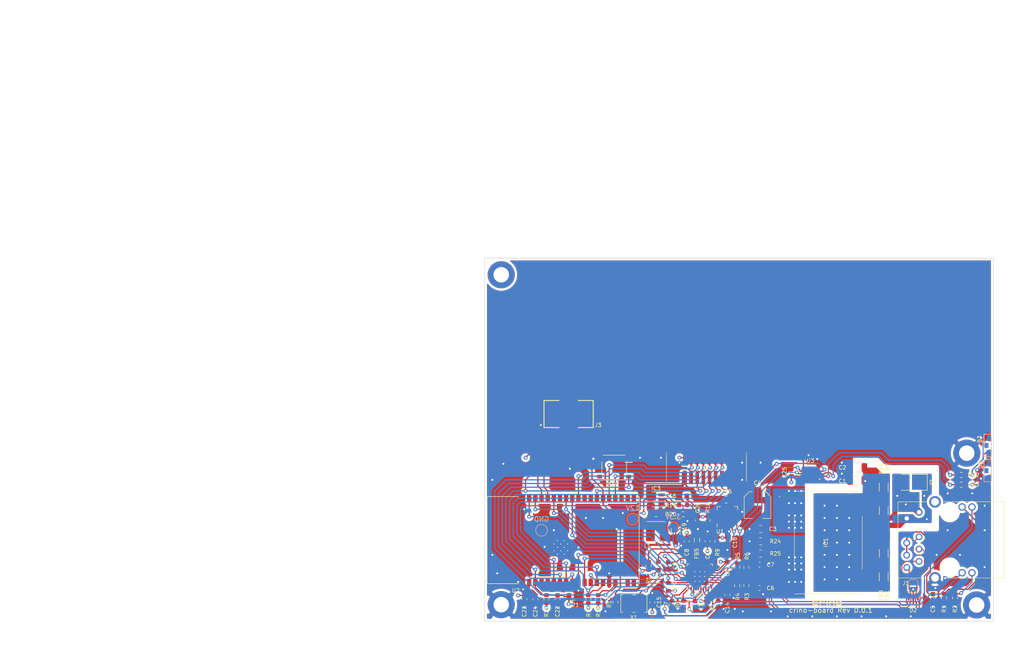
<source format=kicad_pcb>
(kicad_pcb (version 20221018) (generator pcbnew)
  (layers (0 "F.Cu" signal) (1 "In1.Cu" signal) (2 "In2.Cu" signal) (31 "B.Cu" signal) (34 "B.Paste" user) (35 "F.Paste" user) (36 "B.SilkS" user "B.Silkscreen") (37 "F.SilkS" user "F.Silkscreen") (38 "B.Mask" user) (39 "F.Mask" user) (44 "Edge.Cuts" user))
  (net 0 "")
  (net 1 "Net-(C2-Pad1)")
  (net 2 "/mcu/ESP_EN")
  (net 3 "Net-(D5-Pad2)")
  (net 4 "/mcu/poe/+12V_INTERNAL")
  (net 5 "/mcu/+12V")
  (net 6 "/mcu/ethernet/TD-")
  (net 7 "/mcu/ethernet/TD+")
  (net 8 "/mcu/ethernet/RD-")
  (net 9 "/mcu/ethernet/RD+")
  (net 10 "/mcu/+3.3V")
  (net 11 "/mcu/GPIO0")
  (net 12 "/mcu/esp32/TXD0")
  (net 13 "/mcu/esp32/RXD0")
  (net 14 "/mcu/esp32/GPIO25_EMAC_RXD0(RMII)")
  (net 15 "/mcu/esp32/GPIO26_EMAC_RXD1(RMII)")
  (net 16 "/mcu/esp32/GPIO27_EMAC_RX_CRS_DV")
  (net 17 "/mcu/esp32/GPIO18_MDIO(RMII)")
  (net 18 "/mcu/GPIO32")
  (net 19 "/mcu/GND")
  (net 20 "/mcu/GPIO13_I2C_SDA")
  (net 21 "/mcu/esp32/GPIO23_MDC(RMII)")
  (net 22 "/mcu/esp32/GPIO21_EMAC_TX_EN(RMII)")
  (net 23 "/mcu/esp32/GPIO19_EMAC_TXD0(RMII)")
  (net 24 "/mcu/esp32/GPIO22_EMAC_TXD1(RMII)")
  (net 25 "/mcu/GPIO2")
  (net 26 "/mcu/GPIO14")
  (net 27 "Net-(FB2-Pad2)")
  (net 28 "/mcu/GPI35")
  (net 29 "/mcu/GPI34")
  (net 30 "/mcu/GPIO15")
  (net 34 "/mcu/ethernet/V-")
  (net 35 "/mcu/ethernet/V+")
  (net 36 "/mcu/GPIO12_I2C_SCL")
  (net 37 "/mcu/GPIO33")
  (net 38 "Net-(C1-Pad1)")
  (net 39 "Net-(C6-Pad1)")
  (net 40 "Net-(C7-Pad1)")
  (net 41 "Net-(C5-Pad1)")
  (net 42 "Net-(C14-Pad1)")
  (net 43 "Net-(C13-Pad1)")
  (net 44 "Net-(C17-Pad1)")
  (net 45 "Net-(C17-Pad2)")
  (net 46 "Net-(D3-Pad2)")
  (net 47 "Net-(FB1-Pad2)")
  (net 49 "Net-(IC2-Pad1)")
  (net 50 "Net-(IC2-Pad8)")
  (net 51 "Net-(IC2-Pad9)")
  (net 52 "Net-(IC2-Pad10)")
  (net 59 "Net-(IC2-Pad24)")
  (net 60 "Net-(IC2-Pad25)")
  (net 63 "Net-(IC3-Pad3)")
  (net 74 "Net-(J1-Pad12)")
  (net 75 "Net-(J1-Pad13)")
  (net 76 "/mcu/ethernet/AVDD")
  (net 80 "Net-(R16-Pad1)")
  (net 81 "Net-(R14-Pad1)")
  (net 82 "Net-(D2-Pad12)")
  (net 83 "/mcu/MH")
  (net 84 "/mcu/io/LED1")
  (net 85 "/mcu/io/LED2")
  (net 86 "/mcu/GPIO4")
  (net 87 "/mcu/GPIO5")
  (net 88 "/mcu/I2C_GPIO1")
  (net 89 "/mcu/I2C_GPIO2")
  (footprint "Capacitor_SMD:C_0603_1608Metric" (layer "F.Cu") (at 140.97 102.108)
    (fp_text reference "C16")
    (fp_text value "4.7u")
  )
  (footprint "Capacitor_SMD:C_0805_2012Metric" (layer "F.Cu") (at 135.382 105.664 180)
    (fp_text reference "C17")
    (fp_text value "100n")
  )
  (footprint "Capacitor_SMD:C_1206_3216Metric" (layer "F.Cu") (at 139.446 109.474 90)
    (fp_text reference "C19")
    (fp_text value "22u")
  )
  (footprint "Capacitor_SMD:C_0603_1608Metric" (layer "F.Cu") (at 108.204 123.444 -90)
    (fp_text reference "C23")
    (fp_text value "22u")
  )
  (footprint "Capacitor_SMD:C_0603_1608Metric" (layer "F.Cu") (at 110.49 123.444 -90)
    (fp_text reference "C24")
    (fp_text value "100n")
  )
  (footprint "Capacitor_SMD:C_0603_1608Metric" (layer "F.Cu") (at 192.532 123.19 -90)
    (fp_text reference "C5")
    (fp_text value "22p")
  )
  (footprint "general:LED_3210Metric_Right_Angle" (layer "F.Cu") (at 203.708 91.567 -90)
    (fp_text reference "D3")
    (fp_text value "LED_GREEN")
  )
  (footprint "general:LED_3210Metric_Right_Angle" (layer "F.Cu") (at 203.708 96.774 -90)
    (fp_text reference "D5")
    (fp_text value "LED_BLUE")
  )
  (footprint "general:L_4.2x4.2_H2" (layer "F.Cu") (at 135.382 109.474 180)
    (fp_text reference "L1")
    (fp_text value "4.7u")
  )
  (footprint "Resistor_SMD:R_0805_2012Metric" (layer "F.Cu") (at 149.86 102.87)
    (fp_text reference "R15")
    (fp_text value "0.68")
  )
  (footprint "Resistor_SMD:R_0603_1608Metric" (layer "F.Cu") (at 140.97 105.918 180)
    (fp_text reference "R20")
    (fp_text value "22.1k")
  )
  (footprint "Resistor_SMD:R_0603_1608Metric" (layer "F.Cu") (at 140.97 104.013 180)
    (fp_text reference "R19")
    (fp_text value "100k")
  )
  (footprint "Resistor_SMD:R_0603_1608Metric" (layer "F.Cu") (at 198.374 97.79)
    (fp_text reference "R22")
    (fp_text value "100")
  )
  (footprint "Resistor_SMD:R_0603_1608Metric" (layer "F.Cu") (at 198.374 99.822)
    (fp_text reference "R23")
    (fp_text value "100")
  )
  (footprint "Resistor_SMD:R_0603_1608Metric" (layer "F.Cu") (at 148.209 124.62 90)
    (fp_text reference "R11")
    (fp_text value "2.49k")
  )
  (footprint "general:SW_TS-1187A-B-A-B" (layer "F.Cu") (at 126.746 96.266)
    (fp_text reference "SW1")
    (fp_text value "SW_Push")
  )
  (footprint "Capacitor_SMD:C_0603_1608Metric" (layer "F.Cu") (at 150.114 111.519 -90)
    (fp_text reference "C18")
    (fp_text value "100n")
  )
  (footprint "Capacitor_SMD:C_0603_1608Metric" (layer "F.Cu") (at 144.018 107.175 -90)
    (fp_text reference "C20")
    (fp_text value "100n")
  )
  (footprint "Resistor_SMD:R_0603_1608Metric" (layer "F.Cu") (at 121.412 123.444 -90)
    (fp_text reference "R17")
    (fp_text value "5.6k")
  )
  (footprint "Resistor_SMD:R_0603_1608Metric" (layer "F.Cu") (at 123.444 123.444 -90)
    (fp_text reference "R18")
    (fp_text value "5.6k")
  )
  (footprint "Package_TO_SOT_SMD:SOT-23-6" (layer "F.Cu") (at 135.382 102.87 180)
    (fp_text reference "IC3")
    (fp_text value "SY8120B1ABC")
  )
  (footprint "Resistor_SMD:R_0603_1608Metric" (layer "F.Cu") (at 146.05 107.188 90)
    (fp_text reference "R16")
    (fp_text value "2.2k")
  )
  (footprint "general:ESP32-WROVER-E-N4R8" (layer "F.Cu") (at 116.205 111.252 90)
    (fp_text reference "U2")
    (fp_text value "ESP32-WROVER-E-N4R8")
  )
  (footprint "Capacitor_SMD:C_0603_1608Metric" (layer "F.Cu") (at 115.062 123.444 -90)
    (fp_text reference "C22")
    (fp_text value "1u")
  )
  (footprint "Resistor_SMD:R_0603_1608Metric" (layer "F.Cu") (at 112.776 123.444 90)
    (fp_text reference "R21")
    (fp_text value "10k")
  )
  (footprint "Capacitor_SMD:C_0805_2012Metric" (layer "F.Cu") (at 118.364 122.936)
    (fp_text reference "C21")
    (fp_text value "100n")
  )
  (footprint "Resistor_SMD:R_0603_1608Metric" (layer "F.Cu") (at 152.146 116.873 90)
    (fp_text reference "R5")
    (fp_text value "49.9")
  )
  (footprint "Capacitor_SMD:C_0603_1608Metric" (layer "F.Cu") (at 163.32 97.282 90)
    (fp_text reference "C25")
    (fp_text value "100n")
  )
  (footprint "Resistor_SMD:R_0603_1608Metric" (layer "F.Cu") (at 137.922 120.904 90)
    (fp_text reference "R10")
    (fp_text value "4.7k")
  )
  (footprint "MountingHole:MountingHole_3.2mm_M3_DIN965_Pad" (layer "F.Cu") (at 103.4415 56.4515)
    (fp_text reference "H4" hide)
    (fp_text value "MountingHole_Pad")
  )
  (footprint "Capacitor_SMD:CP_Elec_5x5.4" (layer "F.Cu") (at 156.337 104.013 -90)
    (fp_text reference "C4")
    (fp_text value "100u")
  )
  (footprint "Inductor_SMD:L_0805_2012Metric" (layer "F.Cu") (at 143.8445 111.252 -90)
    (fp_text reference "FB5")
    (fp_text value "FerriteBead")
  )
  (footprint "Capacitor_SMD:C_0603_1608Metric" (layer "F.Cu") (at 141.732 111.506 -90)
    (fp_text reference "C8")
    (fp_text value "47u")
  )
  (footprint "Capacitor_SMD:C_0603_1608Metric" (layer "F.Cu") (at 146.014333 111.493 90)
    (fp_text reference "C10")
    (fp_text value "47u")
  )
  (footprint "Capacitor_SMD:C_1206_3216Metric" (layer "F.Cu") (at 176.911 98.933 180)
    (fp_text reference "C1")
    (fp_text value "4.7n")
  )
  (footprint "Package_DFN_QFN:QFN-32-1EP_5x5mm_P0.5mm_EP3.6x3.6mm_ThermalVias" (layer "F.Cu") (at 144.412 118.778 180)
    (fp_text reference "IC2")
    (fp_text value "RTL8201F-VB-CG")
  )
  (footprint "Capacitor_SMD:C_0603_1608Metric" (layer "F.Cu") (at 134.62 124.112 90)
    (fp_text reference "C15")
    (fp_text value "100n")
  )
  (footprint "Diode_SMD:D_SMA" (layer "F.Cu") (at 187.96 99.314 180)
    (fp_text reference "D1")
    (fp_text value "D_Schottky")
  )
  (footprint "general:SAMTEC_SHF-103-01-L-D-SM" (layer "F.Cu") (at 117.348 85.4705)
    (fp_text reference "J3")
    (fp_text value "SHF-103-01-L-D-SM")
  )
  (footprint "Resistor_SMD:R_0603_1608Metric" (layer "F.Cu") (at 152.146 120.658 -90)
    (fp_text reference "R4")
    (fp_text value "49.9")
  )
  (footprint "Capacitor_SMD:C_0603_1608Metric" (layer "F.Cu") (at 156.718 116.332)
    (fp_text reference "C7")
    (fp_text value "100n")
  )
  (footprint "Capacitor_SMD:C_0603_1608Metric" (layer "F.Cu") (at 145.82775 124.607 -90)
    (fp_text reference "C12")
    (fp_text value "100n")
  )
  (footprint "Resistor_SMD:R_0603_1608Metric" (layer "F.Cu") (at 138.684 124.62 -90)
    (fp_text reference "R7")
    (fp_text value "4.7k")
  )
  (footprint "MountingHole:MountingHole_3.2mm_M3_DIN965_Pad" (layer "F.Cu") (at 103.4415 124.587)
    (fp_text reference "H2" hide)
    (fp_text value "MountingHole_Pad")
  )
  (footprint "Package_DFN_QFN:UQFN-16-1EP_4x4mm_P0.65mm_EP2.6x2.6mm" (layer "F.Cu") (at 150.114 106.426 90)
    (fp_text reference "U1")
    (fp_text value "PAC1932T-I/JQ")
  )
  (footprint "general:SHF-108-01-X-D-SM" (layer "F.Cu") (at 145.796 96.266)
    (fp_text reference "J2")
    (fp_text value "SHF-108-01-L-D-SM" hide)
  )
  (footprint "Inductor_SMD:L_1206_3216Metric" (layer "F.Cu") (at 182.372 105.1558 90)
    (fp_text reference "FB2")
    (fp_text value "FerriteBead")
  )
  (footprint "Capacitor_SMD:C_0603_1608Metric" (layer "F.Cu") (at 137.922 116.586 -90)
    (fp_text reference "C9")
    (fp_text value "100n")
  )
  (footprint "Capacitor_SMD:C_0603_1608Metric" (layer "F.Cu") (at 156.718 121.158)
    (fp_text reference "C6")
    (fp_text value "100n")
  )
  (footprint "MountingHole:MountingHole_3.2mm_M3_DIN965_Pad" (layer "F.Cu") (at 199.517 93.2942)
    (fp_text reference "H3" hide)
    (fp_text value "MountingHole_Pad")
  )
  (footprint "Inductor_SMD:L_1206_3216Metric" (layer "F.Cu") (at 182.372 113.995 -90)
    (fp_text reference "FB1")
    (fp_text value "FerriteBead")
  )
  (footprint "Capacitor_SMD:C_0805_2012Metric" (layer "F.Cu") (at 156.972 108.966 180)
    (fp_text reference "C3")
    (fp_text value "10u")
  )
  (footprint "Resistor_SMD:R_0603_1608Metric" (layer "F.Cu") (at 194.818 123.19 90)
    (fp_text reference "R1")
    (fp_text value "270")
  )
  (footprint "Resistor_SMD:R_0603_1608Metric" (layer "F.Cu") (at 197.104 123.19 90)
    (fp_text reference "R2")
    (fp_text value "270")
  )
  (footprint "Inductor_SMD:L_1206_3216Metric" (layer "F.Cu") (at 182.372 118.821 -90)
    (fp_text reference "FB3")
    (fp_text value "FerriteBead")
  )
  (footprint "Resistor_SMD:R_0805_2012Metric" (layer "F.Cu") (at 156.972 111.506 180)
    (fp_text reference "R24")
    (fp_text value "750")
  )
  (footprint "Resistor_SMD:R_0603_1608Metric" (layer "F.Cu") (at 127 124.079 90)
    (fp_text reference "R14")
    (fp_text value "0")
  )
  (footprint "Resistor_SMD:R_0603_1608Metric" (layer "F.Cu") (at 148.064166 111.506 -90)
    (fp_text reference "R9")
    (fp_text value "4.7k")
  )
  (footprint "Capacitor_SMD:C_0603_1608Metric" (layer "F.Cu") (at 150.114 114.968 90)
    (fp_text reference "C11")
    (fp_text value "100n")
  )
  (footprint "Resistor_SMD:R_0603_1608Metric" (layer "F.Cu") (at 141.06525 124.62 -90)
    (fp_text reference "R8")
    (fp_text value "4.7k")
  )
  (footprint "general:AG9912M" (layer "F.Cu") (at 170.942 111.76 -90)
    (fp_text reference "IC1")
    (fp_text value "AG9912M" hide)
  )
  (footprint "Oscillator:Oscillator_SMD_SeikoEpson_SG8002LB-4Pin_5.0x3.2mm" (layer "F.Cu") (at 130.81 124.366 180)
    (fp_text reference "X1")
    (fp_text value "SG-5032CCN")
  )
  (footprint "MountingHole:MountingHole_3.2mm_M3_DIN965_Pad" (layer "F.Cu") (at 201.549 124.6505)
    (fp_text reference "H1" hide)
    (fp_text value "MountingHole_Pad")
  )
  (footprint "Resistor_SMD:R_0805_2012Metric" (layer "F.Cu") (at 156.972 114.046 180)
    (fp_text reference "R25")
    (fp_text value "750")
  )
  (footprint "Resistor_SMD:R_0603_1608Metric" (layer "F.Cu") (at 135.89 116.586 -90)
    (fp_text reference "R13")
    (fp_text value "0")
  )
  (footprint "Capacitor_SMD:C_0603_1608Metric" (layer "F.Cu") (at 150.114 122.588 -90)
    (fp_text reference "C14")
    (fp_text value "100n")
  )
  (footprint "Resistor_SMD:R_0603_1608Metric" (layer "F.Cu") (at 154.038 120.65 -90)
    (fp_text reference "R3")
    (fp_text value "49.9")
  )
  (footprint "general:SON50P300X300X100-9N-D" (layer "F.Cu") (at 167.259 97.282 180)
    (fp_text reference "U3")
    (fp_text value "PCA9536TK" hide)
  )
  (footprint "Resistor_SMD:R_0603_1608Metric" (layer "F.Cu") (at 154.038 116.873 90)
    (fp_text reference "R6")
    (fp_text value "49.9")
  )
  (footprint "Resistor_SMD:R_0603_1608Metric" (layer "F.Cu") (at 133.858 116.586 -90)
    (fp_text reference "R12")
    (fp_text value "0")
  )
  (footprint "Capacitor_SMD:C_1206_3216Metric" (layer "F.Cu") (at 176.911 96.266 180)
    (fp_text reference "C2")
    (fp_text value "4.7n")
  )
  (footprint "general:crino_logo" (layer "F.Cu") (at 170.688 124.206)
    (fp_text reference "H5" hide)
    (fp_text value "CrinoLogo" hide)
  )
  (footprint "general:RCLAMP3374NTCT" (layer "F.Cu") (at 188.468 123.19 180)
    (fp_text reference "D2")
    (fp_text value "RCLAMP3374N.TCT" hide)
  )
  (footprint "Capacitor_SMD:C_0603_1608Metric" (layer "F.Cu") (at 143.4465 124.62 -90)
    (fp_text reference "C13")
    (fp_text value "100n")
  )
  (footprint "general:JXD10009NL" (layer "F.Cu") (at 196.0002 111.0912)
    (fp_text reference "J1")
    (fp_text value "JXD1-0009NL" hide)
  )
  (footprint "Inductor_SMD:L_1206_3216Metric" (layer "F.Cu") (at 182.372 100.3298 90)
    (fp_text reference "FB4")
    (fp_text value "FerriteBead")
  )
  (footprint "TestPoint:TestPoint_Pad_D2.0mm" (layer "B.Cu") (at 130.556 106.934)
    (fp_text reference "TP1" hide)
    (fp_text value "12V")
  )
  (footprint "TestPoint:TestPoint_Pad_D2.0mm" (layer "B.Cu") (at 111.76 109.22)
    (fp_text reference "TP3" hide)
    (fp_text value "GND")
  )
  (footprint "TestPoint:TestPoint_Pad_D2.0mm" (layer "B.Cu") (at 138.938 108.712)
    (fp_text reference "TP2" hide)
    (fp_text value "3.3V")
  )
  (footprint "general:LED_3210Metric_Right_Angle" (layer "B.Cu") (at 203.708 97.028 90)
    (fp_text reference "D6")
    (fp_text value "LED_BLUE")
  )
  (footprint "general:LED_3210Metric_Right_Angle" (layer "B.Cu") (at 203.708 91.821 90)
    (fp_text reference "D4")
    (fp_text value "LED_GREEN")
  )
  (footprint "Jumper:SolderJumper-2_P1.3mm_Open_RoundedPad1.0x1.5mm" (layer "B.Cu") (at 188.468 120.777 90)
    (fp_text reference "JP1" hide)
    (fp_text value "SolderJumper_2_Open")
  )
  (gr_line (start 205 128) (end 100 128) (stroke (width 0.1)) (layer "Edge.Cuts"))
  (gr_line (start 100 128) (end 100 53) (stroke (width 0.1)) (layer "Edge.Cuts"))
  (gr_line (start 100 53) (end 205 53) (stroke (width 0.1)) (layer "Edge.Cuts"))
  (gr_line (start 205 53) (end 205 128) (stroke (width 0.1)) (layer "Edge.Cuts"))
  (gr_text "crino-board Rev D.0.1" (at 171.45 125.73) (layer "F.SilkS") (effects (font (size 1 1))))
  (segment (start 115.062 122.669) (end 116.192 122.669) (width 0.25) (layer "F.Cu") (net 2))
  (segment (start 112.102 122.619) (end 112.776 122.619) (width 0.25) (layer "F.Cu") (net 2))
  (segment (start 110.49 117.348) (end 110.485 117.353) (width 0.25) (layer "F.Cu") (net 2))
  (segment (start 117.414 122.936) (end 116.459 122.936) (width 0.25) (layer "F.Cu") (net 2))
  (segment (start 117.414 124.394) (end 117.348 124.46) (width 0.25) (layer "F.Cu") (net 2))
  (segment (start 108.458 98.806) (end 108.458 101.092) (width 0.25) (layer "F.Cu") (net 2))
  (segment (start 110.485 117.353) (end 110.485 120.002) (width 0.25) (layer "F.Cu") (net 2))
  (segment (start 109.728 97.536) (end 108.458 98.806) (width 0.25) (layer "F.Cu") (net 2))
  (segment (start 129.746 100.282) (end 129.794 100.33) (width 0.25) (layer "F.Cu") (net 2))
  (segment (start 110.485 120.002) (end 110.485 121.002) (width 0.25) (layer "F.Cu") (net 2))
  (segment (start 112.776 122.619) (end 115.012 122.619) (width 0.25) (layer "F.Cu") (net 2))
  (segment (start 116.192 122.669) (end 116.459 122.936) (width 0.25) (layer "F.Cu") (net 2))
  (segment (start 109.728 96.1395) (end 109.728 97.536) (width 0.25) (layer "F.Cu") (net 2))
  (segment (start 134.366 120.65) (end 136.652 118.364) (width 0.25) (layer "F.Cu") (net 2))
  (segment (start 132.08 122.174) (end 132.588 121.666) (width 0.25) (layer "F.Cu") (net 2))
  (segment (start 133.35 121.666) (end 134.366 120.65) (width 0.25) (layer "F.Cu") (net 2))
  (segment (start 117.414 122.936) (end 117.414 124.394) (width 0.25) (layer "F.Cu") (net 2))
  (segment (start 129.746 98.141) (end 129.746 100.282) (width 0.25) (layer "F.Cu") (net 2))
  (segment (start 140.458 119.028) (end 141.962 119.028) (width 0.25) (layer "F.Cu") (net 2))
  (segment (start 132.588 121.666) (end 133.35 121.666) (width 0.25) (layer "F.Cu") (net 2))
  (segment (start 132.08 123.266) (end 132.08 122.174) (width 0.25) (layer "F.Cu") (net 2))
  (segment (start 110.485 121.002) (end 112.102 122.619) (width 0.25) (layer "F.Cu") (net 2))
  (segment (start 139.794 118.364) (end 140.458 119.028) (width 0.25) (layer "F.Cu") (net 2))
  (segment (start 136.652 118.364) (end 139.794 118.364) (width 0.25) (layer "F.Cu") (net 2))
  (via (at 110.49 117.348) (size 0.8) (drill 0.4) (layers "F.Cu" "B.Cu") (net 2))
  (via (at 133.35 121.666) (size 0.8) (drill 0.4) (layers "F.Cu" "B.Cu") (net 2))
  (via (at 117.348 124.46) (size 0.8) (drill 0.4) (layers "F.Cu" "B.Cu") (net 2))
  (via (at 108.458 101.092) (size 0.8) (drill 0.4) (layers "F.Cu" "B.Cu") (net 2))
  (via (at 129.794 100.33) (size 0.8) (drill 0.4) (layers "F.Cu" "B.Cu") (net 2))
  (segment (start 105.918 101.092) (end 108.458 101.092) (width 0.25) (layer "B.Cu") (net 2))
  (segment (start 110.49 117.348) (end 110.236 117.348) (width 0.25) (layer "B.Cu") (net 2))
  (segment (start 127 121.666) (end 124.206 124.46) (width 0.25) (layer "B.Cu") (net 2))
  (segment (start 127 121.666) (end 133.35 121.666) (width 0.25) (layer "B.Cu") (net 2))
  (segment (start 124.206 124.46) (end 117.348 124.46) (width 0.25) (layer "B.Cu") (net 2))
  (segment (start 121.92 101.092) (end 122.682 100.33) (width 0.25) (layer "B.Cu") (net 2))
  (segment (start 122.682 100.33) (end 129.794 100.33) (width 0.25) (layer "B.Cu") (net 2))
  (segment (start 108.458 101.092) (end 121.92 101.092) (width 0.25) (layer "B.Cu") (net 2))
  (segment (start 110.236 117.348) (end 104.394 111.506) (width 0.25) (layer "B.Cu") (net 2))
  (segment (start 104.394 102.616) (end 105.918 101.092) (width 0.25) (layer "B.Cu") (net 2))
  (segment (start 104.394 111.506) (end 104.394 102.616) (width 0.25) (layer "B.Cu") (net 2))
  (segment (start 203.454 99.822) (end 200.66 99.822) (width 0.25) (layer "F.Cu") (net 3))
  (segment (start 204.089 99.187) (end 203.454 99.822) (width 0.25) (layer "F.Cu") (net 3))
  (segment (start 204.089 98.401) (end 204.089 99.187) (width 0.25) (layer "F.Cu") (net 3))
  (segment (start 199.199 99.822) (end 200.66 99.822) (width 0.25) (layer "F.Cu") (net 3))
  (via (at 200.66 99.822) (size 0.8) (drill 0.4) (layers "F.Cu" "B.Cu") (net 3))
  (segment (start 202.842631 96.877369) (end 202.842631 96.416631) (width 0.25) (layer "B.Cu") (net 3))
  (segment (start 203.858262 95.401) (end 202.842631 96.416631) (width 0.25) (layer "B.Cu") (net 3))
  (segment (start 201.753 97.967) (end 202.842631 96.877369) (width 0.25) (layer "B.Cu") (net 3))
  (segment (start 200.66 99.822) (end 201.753 98.729) (width 0.25) (layer "B.Cu") (net 3))
  (segment (start 201.753 98.729) (end 201.753 97.967) (width 0.25) (layer "B.Cu") (net 3))
  (segment (start 204.089 95.401) (end 203.858262 95.401) (width 0.25) (layer "B.Cu") (net 3))
  (segment (start 149.789 104.4885) (end 149.789 103.8535) (width 0.25) (layer "F.Cu") (net 4))
  (segment (start 175.055 99.314) (end 175.436 98.933) (width 0.25) (layer "F.Cu") (net 4))
  (segment (start 165.354 99.822) (end 165.862 99.314) (width 0.25) (layer "F.Cu") (net 4))
  (segment (start 165.354 101.092) (end 165.354 99.822) (width 0.25) (layer "F.Cu") (net 4))
  (segment (start 165.862 99.314) (end 175.055 99.314) (width 0.25) (layer "F.Cu") (net 4))
  (segment (start 149.789 103.8535) (end 150.7725 102.87) (width 0.25) (layer "F.Cu") (net 4))
  (via (at 165.354 106.172) (size 0.8) (drill 0.4) (layers "F.Cu" "B.Cu") (net 4))
  (via (at 165.354 108.712) (size 0.8) (drill 0.4) (layers "F.Cu" "B.Cu") (net 4))
  (via (at 165.354 103.632) (size 0.8) (drill 0.4) (layers "F.Cu" "B.Cu") (net 4))
  (via (at 164.084 108.712) (size 0.8) (drill 0.4) (layers "F.Cu" "B.Cu") (net 4))
  (via (at 164.084 107.442) (size 0.8) (drill 0.4) (layers "F.Cu" "B.Cu") (net 4))
  (via (at 164.084 106.172) (size 0.8) (drill 0.4) (layers "F.Cu" "B.Cu") (net 4))
  (via (at 162.814 106.172) (size 0.8) (drill 0.4) (layers "F.Cu" "B.Cu") (net 4))
  (via (at 162.814 101.092) (size 0.8) (drill 0.4) (layers "F.Cu" "B.Cu") (net 4))
  (via (at 165.354 107.442) (size 0.8) (drill 0.4) (layers "F.Cu" "B.Cu") (net 4))
  (via (at 162.814 107.442) (size 0.8) (drill 0.4) (layers "F.Cu" "B.Cu") (net 4))
  (via (at 162.814 108.712) (size 0.8) (drill 0.4) (layers "F.Cu" "B.Cu") (net 4))
  (via (at 164.084 101.092) (size 0.8) (drill 0.4) (layers "F.Cu" "B.Cu") (net 4))
  (via (at 165.354 101.092) (size 0.8) (drill 0.4) (layers "F.Cu" "B.Cu") (net 4))
  (via (at 162.814 103.632) (size 0.8) (drill 0.4) (layers "F.Cu" "B.Cu") (net 4))
  (via (at 164.084 103.632) (size 0.8) (drill 0.4) (layers "F.Cu" "B.Cu") (net 4))
  (segment (start 149.139 104.4885) (end 149.139 103.0615) (width 0.25) (layer "F.Cu") (net 5))
  (segment (start 134.2445 102.87) (end 133.096 102.87) (width 0.25) (layer "F.Cu") (net 5))
  (segment (start 133.096 102.87) (end 132.842 103.124) (width 0.25) (layer "F.Cu") (net 5))
  (segment (start 132.842 103.124) (end 132.842 105.664) (width 0.25) (layer "F.Cu") (net 5))
  (via (at 132.842 105.664) (size 0.8) (drill 0.4) (layers "F.Cu" "B.Cu") (net 5))
  (segment (start 131.826 105.664) (end 132.842 105.664) (width 0.25) (layer "B.Cu") (net 5))
  (segment (start 130.556 106.934) (end 131.826 105.664) (width 0.25) (layer "B.Cu") (net 5))
  (segment (start 189.1665 114.3635) (end 190.3095 114.3635) (width 0.2) (layer "F.Cu") (net 6))
  (segment (start 148.726 119.028) (end 146.862 119.028) (width 0.2) (layer "F.Cu") (net 6))
  (segment (start 189.118 121.524) (end 189.23 121.412) (width 0.2) (layer "F.Cu") (net 6))
  (segment (start 159.258 123.952) (end 161.036 125.73) (width 0.2) (layer "F.Cu") (net 6))
  (segment (start 190.783 114.837) (end 190.783 116.557) (width 0.2) (layer "F.Cu") (net 6))
  (segment (start 189.23 121.412) (end 189.23 118.11) (width 0.2) (layer "F.Cu") (net 6))
  (segment (start 188.468 113.665) (end 189.1665 114.3635) (width 0.2) (layer "F.Cu") (net 6))
  (segment (start 189.118 125.11) (end 189.118 124.18) (width 0.2) (layer "F.Cu") (net 6))
  (segment (start 190.783 116.557) (end 189.23 118.11) (width 0.2) (layer "F.Cu") (net 6))
  (segment (start 152.661 119.133) (end 154.425 119.133) (width 0.2) (layer "F.Cu") (net 6))
  (segment (start 155.067 119.38) (end 158.496 119.38) (width 0.2) (layer "F.Cu") (net 6))
  (segment (start 152.146 119.833) (end 152.146 119.648) (width 0.2) (layer "F.Cu") (net 6))
  (segment (start 161.036 125.73) (end 188.468 125.73) (width 0.2) (layer "F.Cu") (net 6))
  (segment (start 152.146 119.833) (end 149.531 119.833) (width 0.2) (layer "F.Cu") (net 6))
  (segment (start 149.531 119.833) (end 148.726 119.028) (width 0.2) (layer "F.Cu") (net 6))
  (segment (start 188.468 111.7644) (end 188.468 113.665) (width 0.2) (layer "F.Cu") (net 6))
  (segment (start 188.928 122.39) (end 188.928 123.99) (width 0.2) (layer "F.Cu") (net 6))
  (segment (start 189.6662 110.5662) (end 188.468 111.7644) (width 0.2) (layer "F.Cu") (net 6))
  (segment (start 152.146 119.648) (end 152.661 119.133) (width 0.2) (layer "F.Cu") (net 6))
  (segment (start 159.258 120.142) (end 159.258 123.952) (width 0.2) (layer "F.Cu") (net 6))
  (segment (start 189.088 125.11) (end 189.118 125.11) (width 0.2) (layer "F.Cu") (net 6))
  (segment (start 154.432 119.126) (end 154.813 119.126) (width 0.2) (layer "F.Cu") (net 6))
  (segment (start 188.468 125.73) (end 189.088 125.11) (width 0.2) (layer "F.Cu") (net 6))
  (segment (start 189.118 122.2) (end 189.118 121.524) (width 0.2) (layer "F.Cu") (net 6))
  (segment (start 189.118 122.2) (end 188.928 122.39) (width 0.2) (layer "F.Cu") (net 6))
  (segment (start 154.813 119.126) (end 155.067 119.38) (width 0.2) (layer "F.Cu") (net 6))
  (segment (start 158.496 119.38) (end 159.258 120.142) (width 0.2) (layer "F.Cu") (net 6))
  (segment (start 188.928 123.99) (end 189.118 124.18) (width 0.2) (layer "F.Cu") (net 6))
  (segment (start 190.3095 114.3635) (end 190.783 114.837) (width 0.2) (layer "F.Cu") (net 6))
  (segment (start 154.425 119.133) (end 154.432 119.126) (width 0.2) (layer "F.Cu") (net 6))
  (segment (start 158.187 119.833) (end 153.543 119.833) (width 0.2) (layer "F.Cu") (net 7))
  (segment (start 189.878 122.36) (end 189.878 124.02) (width 0.2) (layer "F.Cu") (net 7))
  (segment (start 149.665314 120.533) (end 152.843 120.533) (width 0.2) (layer "F.Cu") (net 7))
  (segment (start 189.878 124.02) (end 189.718 124.18) (width 0.2) (layer "F.Cu") (net 7))
  (segment (start 189.992 121.666) (end 189.992 118.618) (width 0.2) (layer "F.Cu") (net 7))
  (segment (start 158.75 120.396) (end 158.187 119.833) (width 0.2) (layer "F.Cu") (net 7))
  (segment (start 189.718 122.2) (end 189.878 122.36) (width 0.2) (layer "F.Cu") (net 7))
  (segment (start 189.718 124.18) (end 189.718 125.242) (width 0.2) (layer "F.Cu") (net 7))
  (segment (start 188.722 126.238) (end 160.782 126.238) (width 0.2) (layer "F.Cu") (net 7))
  (segment (start 148.660314 119.528) (end 149.665314 120.533) (width 0.2) (layer "F.Cu") (net 7))
  (segment (start 189.718 122.2) (end 189.718 121.94) (width 0.2) (layer "F.Cu") (net 7))
  (segment (start 160.782 126.238) (end 158.75 124.206) (width 0.2) (layer "F.Cu") (net 7))
  (segment (start 189.718 125.242) (end 188.722 126.238) (width 0.2) (layer "F.Cu") (net 7))
  (segment (start 191.516 117.094) (end 191.516 114.3) (width 0.2) (layer "F.Cu") (net 7))
  (segment (start 191.516 114.3) (end 190.3222 113.1062) (width 0.2) (layer "F.Cu") (net 7))
  (segment (start 146.862 119.528) (end 148.660314 119.528) (width 0.2) (layer "F.Cu") (net 7))
  (segment (start 189.718 121.94) (end 189.992 121.666) (width 0.2) (layer "F.Cu") (net 7))
  (segment (start 152.843 120.533) (end 153.543 119.833) (width 0.2) (layer "F.Cu") (net 7))
  (segment (start 189.992 118.618) (end 191.516 117.094) (width 0.2) (layer "F.Cu") (net 7))
  (segment (start 190.3222 113.1062) (end 189.6662 113.1062) (width 0.2) (layer "F.Cu") (net 7))
  (segment (start 158.75 124.206) (end 158.75 120.396) (width 0.2) (layer "F.Cu") (net 7))
  (segment (start 149.690314 116.998) (end 152.843 116.998) (width 0.2) (layer "F.Cu") (net 8))
  (segment (start 186.944 124.714) (end 187.218 124.44) (width 0.2) (layer "F.Cu") (net 8))
  (segment (start 186.944 119.126) (end 186.944 121.666) (width 0.2) (layer "F.Cu") (net 8))
  (segment (start 186.1185 118.3005) (end 186.944 119.126) (width 0.2) (layer "F.Cu") (net 8))
  (segment (start 187.058 122.36) (end 187.058 124.02) (width 0.2) (layer "F.Cu") (net 8))
  (segment (start 160.37 117.698) (end 161.29 118.618) (width 0.2) (layer "F.Cu") (net 8))
  (segment (start 162.814 123.952) (end 185.42 123.952) (width 0.2) (layer "F.Cu") (net 8))
  (segment (start 187.218 122.2) (end 187.058 122.36) (width 0.2) (layer "F.Cu") (net 8))
  (segment (start 148.660314 118.028) (end 149.690314 116.998) (width 0.2) (layer "F.Cu") (net 8))
  (segment (start 161.29 122.428) (end 162.814 123.952) (width 0.2) (layer "F.Cu") (net 8))
  (segment (start 146.862 118.028) (end 148.660314 118.028) (width 0.2) (layer "F.Cu") (net 8))
  (segment (start 187.218 124.44) (end 187.218 124.18) (width 0.2) (layer "F.Cu") (net 8))
  (segment (start 161.29 118.618) (end 161.29 122.428) (width 0.2) (layer "F.Cu") (net 8))
  (segment (start 186.944 121.666) (end 187.218 121.94) (width 0.2) (layer "F.Cu") (net 8))
  (segment (start 152.843 116.998) (end 153.543 117.698) (width 0.2) (layer "F.Cu") (net 8))
  (segment (start 187.218 122.2) (end 187.218 121.94) (width 0.2) (layer "F.Cu") (net 8))
  (segment (start 187.058 124.02) (end 187.218 124.18) (width 0.2) (layer "F.Cu") (net 8))
  (segment (start 189.6662 115.6462) (end 186.8678 115.6462) (width 0.2) (layer "F.Cu") (net 8))
  (segment (start 186.182 124.714) (end 186.944 124.714) (width 0.2) (layer "F.Cu") (net 8))
  (segment (start 153.543 117.698) (end 160.37 117.698) (width 0.2) (layer "F.Cu") (net 8))
  (segment (start 185.42 123.952) (end 186.182 124.714) (width 0.2) (layer "F.Cu") (net 8))
  (segment (start 186.8678 115.6462) (end 186.1185 116.3955) (width 0.2) (layer "F.Cu") (net 8))
  (segment (start 186.1185 116.3955) (end 186.1185 118.3005) (width 0.2) (layer "F.Cu") (net 8))
  (segment (start 162.56 124.46) (end 160.782 122.682) (width 0.2) (layer "F.Cu") (net 9))
  (segment (start 187.818 124.602) (end 187.198 125.222) (width 0.2) (layer "F.Cu") (net 9))
  (segment (start 151.778 117.698) (end 149.556 117.698) (width 0.2) (layer "F.Cu") (net 9))
  (segment (start 187.818 124.18) (end 187.818 124.602) (width 0.2) (layer "F.Cu") (net 9))
  (segment (start 152.688 118.398) (end 152.146 117.856) (width 0.2) (layer "F.Cu") (net 9))
  (segment (start 152.146 117.698) (end 151.778 117.698) (width 0.2) (layer "F.Cu") (net 9))
  (segment (start 154.779 118.398) (end 152.688 118.398) (width 0.2) (layer "F.Cu") (net 9))
  (segment (start 160.782 118.872) (end 160.02 118.11) (width 0.2) (layer "F.Cu") (net 9))
  (segment (start 187.978 122.36) (end 187.978 124.02) (width 0.2) (layer "F.Cu") (net 9))
  (segment (start 187.198 125.222) (end 185.928 125.222) (width 0.2) (layer "F.Cu") (net 9))
  (segment (start 185.928 125.222) (end 185.166 124.46) (width 0.2) (layer "F.Cu") (net 9))
  (segment (start 155.067 118.11) (end 154.779 118.398) (width 0.2) (layer "F.Cu") (net 9))
  (segment (start 187.818 121.524) (end 187.632 121.338) (width 0.2) (layer "F.Cu") (net 9))
  (segment (start 160.782 122.682) (end 160.782 118.872) (width 0.2) (layer "F.Cu") (net 9))
  (segment (start 149.556 117.698) (end 148.726 118.528) (width 0.2) (layer "F.Cu") (net 9))
  (segment (start 187.818 122.2) (end 187.818 121.524) (width 0.2) (layer "F.Cu") (net 9))
  (segment (start 148.726 118.528) (end 146.862 118.528) (width 0.2) (layer "F.Cu") (net 9))
  (segment (start 187.632 117.422) (end 187.1262 116.9162) (width 0.2) (layer "F.Cu") (net 9))
  (segment (start 160.02 118.11) (end 155.067 118.11) (width 0.2) (layer "F.Cu") (net 9))
  (segment (start 187.818 122.2) (end 187.978 122.36) (width 0.2) (layer "F.Cu") (net 9))
  (segment (start 187.632 121.338) (end 187.632 117.422) (width 0.2) (layer "F.Cu") (net 9))
  (segment (start 185.166 124.46) (end 162.56 124.46) (width 0.2) (layer "F.Cu") (net 9))
  (segment (start 187.978 124.02) (end 187.818 124.18) (width 0.2) (layer "F.Cu") (net 9))
  (segment (start 152.146 117.856) (end 152.146 117.698) (width 0.2) (layer "F.Cu") (net 9))
  (segment (start 143.8445 110.1895) (end 142.2735 110.1895) (width 0.25) (layer "F.Cu") (net 10))
  (segment (start 137.922 115.811) (end 137.922 115.316) (width 0.25) (layer "F.Cu") (net 10))
  (segment (start 144.018 106.4) (end 145.008 106.4) (width 0.25) (layer "F.Cu") (net 10))
  (segment (start 110.49 122.669) (end 108.331 122.669) (width 0.25) (layer "F.Cu") (net 10))
  (segment (start 143.039 115.005) (end 143.662 115.628) (width 0.25) (layer "F.Cu") (net 10))
  (segment (start 133.812 124.887) (end 133.233 125.466) (width 0.25) (layer "F.Cu") (net 10))
  (segment (start 141.795 104.013) (end 142.494 104.013) (width 0.25) (layer "F.Cu") (net 10))
  (segment (start 109.215 121.394) (end 109.417 121.596) (width 0.25) (layer "F.Cu") (net 10))
  (segment (start 145.097 106.363) (end 145.034 106.426) (width 0.25) (layer "F.Cu") (net 10))
  (segment (start 145.008 106.4) (end 145.034 106.426) (width 0.25) (layer "F.Cu") (net 10))
  (segment (start 123.444 124.269) (end 123.444 125.222) (width 0.25) (layer "F.Cu") (net 10))
  (segment (start 134.62 124.887) (end 134.62 126.144) (width 0.25) (layer "F.Cu") (net 10))
  (segment (start 139.446 110.949) (end 139.446 109.728) (width 0.25) (layer "F.Cu") (net 10))
  (segment (start 148.082 110.681) (end 149.035 110.681) (width 0.25) (layer "F.Cu") (net 10))
  (segment (start 163.32 98.057) (end 163.32 99.312) (width 0.25) (layer "F.Cu") (net 10))
  (segment (start 149.7605 108.392) (end 149.789 108.3635) (width 0.25) (layer "F.Cu") (net 10))
  (segment (start 148.1765 106.751) (end 146.438 106.751) (width 0.25) (layer "F.Cu") (net 10))
  (segment (start 163.32 99.312) (end 163.322 99.314) (width 0.25) (layer "F.Cu") (net 10))
  (segment (start 109.728 92.964) (end 108.458 94.234) (width 0.25) (layer "F.Cu") (net 10))
  (segment (start 109.912 121.596) (end 109.417 121.596) (width 0.25) (layer "F.Cu") (net 10))
  (segment (start 139.446 109.728) (end 140.2715 108.9025) (width 0.25) (layer "F.Cu") (net 10))
  (segment (start 143.002 107.696) (end 143.002 104.521) (width 0.25) (layer "F.Cu") (net 10))
  (segment (start 108.1975 122.669) (end 106.9405 122.669) (width 0.25) (layer "F.Cu") (net 10))
  (segment (start 137.922 115.316) (end 137.16 114.554) (width 0.25) (layer "F.Cu") (net 10))
  (segment (start 139.446 110.949) (end 139.446 112.295) (width 1) (layer "F.Cu") (net 10))
  (segment (start 150.114 110.744) (end 149.098 110.744) (width 0.25) (layer "F.Cu") (net 10))
  (segment (start 141.7955 108.9025) (end 143.002 107.696) (width 0.25) (layer "F.Cu") (net 10))
  (segment (start 146.05 106.363) (end 145.097 106.363) (width 0.25) (layer "F.Cu") (net 10))
  (segment (start 121.412 124.269) (end 121.412 125.222) (width 0.25) (layer "F.Cu") (net 10))
  (segment (start 165.809 98.032) (end 163.345 98.032) (width 0.25) (layer "F.Cu") (net 10))
  (segment (start 150.114 110.744) (end 149.7605 110.3905) (width 0.25) (layer "F.Cu") (net 10))
  (segment (start 112.776 124.269) (end 112.776 125.222) (width 0.25) (layer "F.Cu") (net 10))
  (segment (start 143.662 115.628) (end 143.662 116.328) (width 0.25) (layer "F.Cu") (net 10))
  (segment (start 149.035 110.681) (end 149.098 110.744) (width 0.25) (layer "F.Cu") (net 10))
  (segment (start 139.609696 115.811) (end 140.415695 115.005) (width 0.25) (layer "F.Cu") (net 10))
  (segment (start 139.289 121.729) (end 139.319 121.699) (width 0.25) (layer "F.Cu") (net 10))
  (segment (start 137.922 115.811) (end 139.609696 115.811) (width 0.25) (layer "F.Cu") (net 10))
  (segment (start 142.494 104.013) (end 143.002 104.521) (width 0.25) (layer "F.Cu") (net 10))
  (segment (start 106.9405 122.669) (end 106.9275 122.682) (width 0.25) (layer "F.Cu") (net 10))
  (segment (start 140.415695 115.005) (end 143.039 115.005) (width 0.25) (layer "F.Cu") (net 10))
  (segment (start 137.922 121.729) (end 139.289 121.729) (width 0.25) (layer "F.Cu") (net 10))
  (segment (start 139.446 110.949) (end 139.446 112.395) (width 0.25) (layer "F.Cu") (net 10))
  (segment (start 110.49 122.174) (end 109.912 121.596) (width 0.25) (layer "F.Cu") (net 10))
  (segment (start 163.345 98.032) (end 163.32 98.057) (width 0.25) (layer "F.Cu") (net 10))
  (segment (start 140.2715 108.9025) (end 141.7955 108.9025) (width 0.25) (layer "F.Cu") (net 10))
  (segment (start 134.62 124.887) (end 133.812 124.887) (width 0.25) (layer "F.Cu") (net 10))
  (segment (start 110.49 122.669) (end 110.49 122.174) (width 0.25) (layer "F.Cu") (net 10))
  (segment (start 149.7605 110.3905) (end 149.7605 108.392) (width 0.25) (layer "F.Cu") (net 10))
  (segment (start 109.22 121.285) (end 109.215 121.28) (width 0.25) (layer "F.Cu") (net 10))
  (segment (start 132.08 125.466) (end 133.233 125.466) (width 0.25) (layer "F.Cu") (net 10))
  (segment (start 141.732 110.731) (end 141.732 109.728) (width 0.25) (layer "F.Cu") (net 10))
  (segment (start 141.351 94.2335) (end 140.2085 94.2335) (width 0.25) (layer "F.Cu") (net 10))
  (segment (start 109.215 120.002) (end 109.215 121.394) (width 0.25) (layer "F.Cu") (net 10))
  (segment (start 146.438 106.751) (end 146.05 106.363) (width 0.25) (layer "F.Cu") (net 10))
  (segment (start 142.2735 110.1895) (end 141.732 110.731) (width 0.25) (layer "F.Cu") (net 10))
  (segment (start 109.215 121.28) (end 109.215 120.002) (width 0.25) (layer "F.Cu") (net 10))
  (segment (start 140.2085 94.2335) (end 140.208 94.234) (width 0.25) (layer "F.Cu") (net 10))
  (segment (start 109.728 92.0745) (end 109.728 92.964) (width 0.25) (layer "F.Cu") (net 10))
  (via (at 139.319 121.699) (size 0.8) (drill 0.4) (layers "F.Cu" "B.Cu") (net 10))
  (via (at 134.62 126.144) (size 0.8) (drill 0.4) (layers "F.Cu" "B.Cu") (net 10))
  (via (at 163.322 99.314) (size 0.8) (drill 0.4) (layers "F.Cu" "B.Cu") (net 10))
  (via (at 140.208 94.234) (size 0.8) (drill 0.4) (layers "F.Cu" "B.Cu") (net 10))
  (via (at 145.034 106.426) (size 0.8) (drill 0.4) (layers "F.Cu" "B.Cu") (net 10))
  (via (at 121.412 125.222) (size 0.8) (drill 0.4) (layers "F.Cu" "B.Cu") (net 10))
  (via (at 139.446 112.395) (size 0.8) (drill 0.4) (layers "F.Cu" "B.Cu") (net 10))
  (via (at 149.098 110.744) (size 0.8) (drill 0.4) (layers "F.Cu" "B.Cu") (net 10))
  (via (at 137.16 114.554) (size 0.8) (drill 0.4) (layers "F.Cu" "B.Cu") (net 10))
  (via (at 141.732 109.728) (size 0.8) (drill 0.4) (layers "F.Cu" "B.Cu") (net 10))
  (via (at 108.458 94.234) (size 0.8) (drill 0.4) (layers "F.Cu" "B.Cu") (net 10))
  (via (at 123.444 125.222) (size 0.8) (drill 0.4) (layers "F.Cu" "B.Cu") (net 10))
  (via (at 112.776 125.222) (size 0.8) (drill 0.4) (layers "F.Cu" "B.Cu") (net 10))
  (via (at 106.9275 122.682) (size 0.8) (drill 0.4) (layers "F.Cu" "B.Cu") (net 10))
  (segment (start 138.938 111.887) (end 138.938 108.712) (width 0.25) (layer "B.Cu") (net 10))
  (segment (start 139.446 112.395) (end 138.938 111.887) (width 0.25) (layer "B.Cu") (net 10))
  (segment (start 122.174 96.774) (end 122.174 98.552) (width 0.25) (layer "F.Cu") (net 11))
  (segment (start 127 122.174) (end 128.016 121.158) (width 0.25) (layer "F.Cu") (net 11))
  (segment (start 112.268 92.0745) (end 114.427 94.2335) (width 0.25) (layer "F.Cu") (net 11))
  (segment (start 125.603 125.349) (end 127.127 126.873) (width 0.25) (layer "F.Cu") (net 11))
  (segment (start 125.603 123.825) (end 125.603 125.349) (width 0.25) (layer "F.Cu") (net 11))
  (segment (start 127 123.254) (end 127 122.174) (width 0.25) (layer "F.Cu") (net 11))
  (segment (start 119.6335 94.2335) (end 122.174 96.774) (width 0.25) (layer "F.Cu") (net 11))
  (segment (start 122.174 98.552) (end 124.455 100.833) (width 0.25) (layer "F.Cu") (net 11))
  (segment (start 127.127 126.873) (end 145.669 126.873) (width 0.25) (layer "F.Cu") (net 11))
  (segment (start 124.46 103.886) (end 124.46 101.927) (width 0.25) (layer "F.Cu") (net 11))
  (segment (start 145.669 126.873) (end 147.066 125.476) (width 0.25) (layer "F.Cu") (net 11))
  (segment (start 146.162 122.032) (end 146.162 121.228) (width 0.25) (layer "F.Cu") (net 11))
  (segment (start 114.427 94.2335) (end 119.6335 94.2335) (width 0.25) (layer "F.Cu") (net 11))
  (segment (start 126.174 123.254) (end 125.603 123.825) (width 0.25) (layer "F.Cu") (net 11))
  (segment (start 127 123.254) (end 126.174 123.254) (width 0.25) (layer "F.Cu") (net 11))
  (segment (start 124.455 100.833) (end 124.455 102.502) (width 0.25) (layer "F.Cu") (net 11))
  (segment (start 147.066 125.476) (end 147.066 122.936) (width 0.25) (layer "F.Cu") (net 11))
  (segment (start 147.066 122.936) (end 146.162 122.032) (width 0.25) (layer "F.Cu") (net 11))
  (segment (start 124.46 103.886) (end 124.46 102.507) (width 0.25) (layer "F.Cu") (net 11))
  (segment (start 128.016 121.158) (end 128.016 107.442) (width 0.25) (layer "F.Cu") (net 11))
  (segment (start 128.016 107.442) (end 124.46 103.886) (width 0.25) (layer "F.Cu") (net 11))
  (segment (start 110.998 96.1395) (end 110.998 100.076) (width 0.25) (layer "F.Cu") (net 12))
  (segment (start 111.755 100.833) (end 111.755 102.502) (width 0.25) (layer "F.Cu") (net 12))
  (segment (start 110.998 100.076) (end 111.755 100.833) (width 0.25) (layer "F.Cu") (net 12))
  (segment (start 112.268 96.1395) (end 112.268 100.33) (width 0.25) (layer "F.Cu") (net 13))
  (segment (start 113.025 101.087) (end 113.025 102.502) (width 0.25) (layer "F.Cu") (net 13))
  (segment (start 112.268 100.33) (end 113.025 101.087) (width 0.25) (layer "F.Cu") (net 13))
  (segment (start 133.858 117.411) (end 132.779 117.411) (width 0.25) (layer "F.Cu") (net 14))
  (segment (start 119.375 114.305) (end 119.375 120.002) (width 0.25) (layer "F.Cu") (net 14))
  (segment (start 119.38 114.3) (end 119.375 114.305) (width 0.25) (layer "F.Cu") (net 14))
  (segment (start 132.779 117.411) (end 132.588 117.602) (width 0.25) (layer "F.Cu") (net 14))
  (via (at 119.38 114.3) (size 0.8) (drill 0.4) (layers "F.Cu" "B.Cu") (net 14))
  (via (at 132.588 117.602) (size 0.8) (drill 0.4) (layers "F.Cu" "B.Cu") (net 14))
  (segment (start 119.38 114.3) (end 128.778 114.3) (width 0.25) (layer "B.Cu") (net 14))
  (segment (start 129.286 114.3) (end 128.778 114.3) (width 0.25) (layer "B.Cu") (net 14))
  (segment (start 132.588 117.602) (end 129.286 114.3) (width 0.25) (layer "B.Cu") (net 14))
  (segment (start 135.827 117.411) (end 134.874 118.364) (width 0.25) (layer "F.Cu") (net 15))
  (segment (start 135.89 117.411) (end 135.827 117.411) (width 0.25) (layer "F.Cu") (net 15))
  (segment (start 120.645 115.067) (end 120.645 120.002) (width 0.25) (layer "F.Cu") (net 15))
  (segment (start 120.65 115.062) (end 120.645 115.067) (width 0.25) (layer "F.Cu") (net 15))
  (via (at 134.874 118.364) (size 0.8) (drill 0.4) (layers "F.Cu" "B.Cu") (net 15))
  (via (at 120.65 115.062) (size 0.8) (drill 0.4) (layers "F.Cu" "B.Cu") (net 15))
  (segment (start 129.079263 115.062) (end 132.381263 118.364) (width 0.25) (layer "B.Cu") (net 15))
  (segment (start 120.65 115.062) (end 129.079263 115.062) (width 0.25) (layer "B.Cu") (net 15))
  (segment (start 132.381263 118.364) (end 134.874 118.364) (width 0.25) (layer "B.Cu") (net 15))
  (segment (start 121.92 118.491) (end 121.92 119.997) (width 0.25) (layer "F.Cu") (net 16))
  (segment (start 143.162 121.228) (end 143.162 122.174) (width 0.25) (layer "F.Cu") (net 16))
  (segment (start 143.162 122.174) (end 142.875 122.461) (width 0.25) (layer "F.Cu") (net 16))
  (via (at 121.92 118.491) (size 0.8) (drill 0.4) (layers "F.Cu" "B.Cu") (net 16))
  (via (at 142.875 122.461) (size 0.8) (drill 0.4) (layers "F.Cu" "B.Cu") (net 16))
  (segment (start 142.875 121.793) (end 142.875 122.461) (width 0.25) (layer "B.Cu") (net 16))
  (segment (start 136.652 119.38) (end 137.668 120.396) (width 0.25) (layer "B.Cu") (net 16))
  (segment (start 121.92 118.618) (end 122.682 119.38) (width 0.25) (layer "B.Cu") (net 16))
  (segment (start 141.478 120.396) (end 142.875 121.793) (width 0.25) (layer "B.Cu") (net 16))
  (segment (start 121.92 118.491) (end 121.92 118.618) (width 0.25) (layer "B.Cu") (net 16))
  (segment (start 137.668 120.396) (end 141.478 120.396) (width 0.25) (layer "B.Cu") (net 16))
  (segment (start 122.682 119.38) (end 136.652 119.38) (width 0.25) (layer "B.Cu") (net 16))
  (segment (start 118.105 109.981299) (end 118.105701 109.982) (width 0.25) (layer "F.Cu") (net 17))
  (segment (start 137.922 120.079) (end 137.922 119.126) (width 0.25) (layer "F.Cu") (net 17))
  (segment (start 118.105 109.723) (end 118.105 110.235299) (width 0.25) (layer "F.Cu") (net 17))
  (segment (start 118.105 109.723) (end 118.105 109.981299) (width 0.25) (layer "F.Cu") (net 17))
  (segment (start 118.105 110.235299) (end 118.105701 110.236) (width 0.25) (layer "F.Cu") (net 17))
  (segment (start 141.962 120.028) (end 137.973 120.028) (width 0.25) (layer "F.Cu") (net 17))
  (segment (start 118.105 102.502) (end 118.105 109.723) (width 0.25) (layer "F.Cu") (net 17))
  (via (at 137.922 119.126) (size 0.8) (drill 0.4) (layers "F.Cu" "B.Cu") (net 17))
  (via (at 118.105701 110.236) (size 0.8) (drill 0.4) (layers "F.Cu" "B.Cu") (net 17))
  (segment (start 120.645701 112.776) (end 118.105701 110.236) (width 0.25) (layer "B.Cu") (net 17))
  (segment (start 137.922 118.618) (end 132.08 112.776) (width 0.25) (layer "B.Cu") (net 17))
  (segment (start 121.412 112.776) (end 120.899701 112.776) (width 0.25) (layer "B.Cu") (net 17))
  (segment (start 120.899701 112.776) (end 120.645701 112.776) (width 0.25) (layer "B.Cu") (net 17))
  (segment (start 132.08 112.776) (end 121.412 112.776) (width 0.25) (layer "B.Cu") (net 17))
  (segment (start 137.922 119.126) (end 137.922 118.618) (width 0.25) (layer "B.Cu") (net 17))
  (segment (start 147.701 100.457) (end 148.336 101.092) (width 0.25) (layer "F.Cu") (net 18))
  (segment (start 116.835 116.083) (end 116.835 120.002) (width 0.25) (layer "F.Cu") (net 18))
  (segment (start 147.701 98.2985) (end 147.701 100.457) (width 0.25) (layer "F.Cu") (net 18))
  (segment (start 116.84 116.078) (end 116.835 116.083) (width 0.25) (layer "F.Cu") (net 18))
  (via (at 116.84 116.078) (size 0.8) (drill 0.4) (layers "F.Cu" "B.Cu") (net 18))
  (via (at 148.336 101.092) (size 0.8) (drill 0.4) (layers "F.Cu" "B.Cu") (net 18))
  (segment (start 106.68 109.982) (end 106.68 104.14) (width 0.25) (layer "B.Cu") (net 18))
  (segment (start 106.68 104.14) (end 107.315 103.505) (width 0.25) (layer "B.Cu") (net 18))
  (segment (start 145.542 103.378) (end 107.442 103.378) (width 0.25) (layer "B.Cu") (net 18))
  (segment (start 145.542 103.378) (end 146.05 103.378) (width 0.25) (layer "B.Cu") (net 18))
  (segment (start 112.776 116.078) (end 106.68 109.982) (width 0.25) (layer "B.Cu") (net 18))
  (segment (start 107.442 103.378) (end 107.315 103.505) (width 0.25) (layer "B.Cu") (net 18))
  (segment (start 146.05 103.378) (end 148.336 101.092) (width 0.25) (layer "B.Cu") (net 18))
  (segment (start 116.84 116.078) (end 112.776 116.078) (width 0.25) (layer "B.Cu") (net 18))
  (segment (start 142.115 103.253) (end 142.369 103.253) (width 0.25) (layer "F.Cu") (net 19))
  (segment (start 168.709 94.541) (end 168.656 94.488) (width 0.25) (layer "F.Cu") (net 19))
  (segment (start 202.438 96.842675) (end 203.879675 95.401) (width 0.25) (layer "F.Cu") (net 19))
  (segment (start 145.662 121.228) (end 145.662 120.028) (width 0.25) (layer "F.Cu") (net 19))
  (segment (start 137.414 102.87) (end 138.938 104.394) (width 0.25) (layer "F.Cu") (net 19))
  (segment (start 202.438 98.552) (end 202.438 96.842675) (width 0.25) (layer "F.Cu") (net 19))
  (segment (start 138.938 104.394) (end 138.938 105.664) (width 0.25) (layer "F.Cu") (net 19))
  (segment (start 140.703 112.281) (end 140.589 112.395) (width 0.25) (layer "F.Cu") (net 19))
  (segment (start 141.986 96.52) (end 140.462 96.52) (width 0.25) (layer "F.Cu") (net 19))
  (segment (start 150.439 108.3635) (end 150.439 109.4675) (width 0.25) (layer "F.Cu") (net 19))
  (segment (start 150.114 112.294) (end 150.114 113.284) (width 0.25) (layer "F.Cu") (net 19))
  (segment (start 130.705 124.431) (end 129.54 123.266) (width 0.25) (layer "F.Cu") (net 19))
  (segment (start 140.462 96.52) (end 140.208 96.266) (width 0.25) (layer "F.Cu") (net 19))
  (segment (start 142.621 97.155) (end 141.986 96.52) (width 0.25) (layer "F.Cu") (net 19))
  (segment (start 136.5195 102.87) (end 137.414 102.87) (width 0.25) (layer "F.Cu") (net 19))
  (segment (start 150.439 109.4675) (end 150.4455 109.474) (width 0.25) (layer "F.Cu") (net 19))
  (segment (start 141.745 102.108) (end 141.745 102.883) (width 0.25) (layer "F.Cu") (net 19))
  (segment (start 140.208 96.266) (end 140.208 95.25) (width 0.25) (layer "F.Cu") (net 19))
  (segment (start 133.526 124.431) (end 130.705 124.431) (width 0.25) (layer "F.Cu") (net 19))
  (segment (start 203.879675 95.401) (end 204.089 95.401) (width 0.25) (layer "F.Cu") (net 19))
  (segment (start 134.62 123.337) (end 133.526 124.431) (width 0.25) (layer "F.Cu") (net 19))
  (segment (start 150.114 114.193) (end 150.114 113.284) (width 0.25) (layer "F.Cu") (net 19))
  (segment (start 141.745 102.883) (end 142.115 103.253) (width 0.25) (layer "F.Cu") (net 19))
  (segment (start 142.369 103.253) (end 144.145 105.029) (width 0.25) (layer "F.Cu") (net 19))
  (segment (start 142.621 98.2985) (end 142.621 97.155) (width 0.25) (layer "F.Cu") (net 19))
  (segment (start 168.709 96.532) (end 168.709 94.541) (width 0.25) (layer "F.Cu") (net 19))
  (via (at 149.352 125.476) (size 0.8) (drill 0.4) (layers "F.Cu" "B.Cu") (net 19))
  (via (at 157.48 122.428) (size 0.8) (drill 0.4) (layers "F.Cu" "B.Cu") (net 19))
  (via (at 134.62 122.174) (size 0.8) (drill 0.4) (layers "F.Cu" "B.Cu") (net 19))
  (via (at 159.131 125.984) (size 0.8) (drill 0.4) (layers "F.Cu" "B.Cu") (net 19))
  (via (at 162.814 117.348) (size 0.8) (drill 0.4) (layers "F.Cu" "B.Cu") (net 19))
  (via (at 193.04 121.158) (size 0.8) (drill 0.4) (layers "F.Cu" "B.Cu") (net 19))
  (via (at 146.05 109.474) (size 0.8) (drill 0.4) (layers "F.Cu" "B.Cu") (net 19))
  (via (at 132.08 94.234) (size 0.8) (drill 0.4) (layers "F.Cu" "B.Cu") (net 19))
  (via (at 197.104 124.968) (size 0.8) (drill 0.4) (layers "F.Cu" "B.Cu") (net 19))
  (via (at 127.254 108.966) (size 0.8) (drill 0.4) (layers "F.Cu" "B.Cu") (net 19))
  (via (at 194.818 124.968) (size 0.8) (drill 0.4) (layers "F.Cu" "B.Cu") (net 19))
  (via (at 165.354 114.808) (size 0.8) (drill 0.4) (layers "F.Cu" "B.Cu") (net 19))
  (via (at 151.638 125.476) (size 0.8) (drill 0.4) (layers "F.Cu" "B.Cu") (net 19))
  (via (at 124.46 106.68) (size 0.8) (drill 0.4) (layers "F.Cu" "B.Cu") (net 19))
  (via (at 101.6 98.806) (size 0.8) (drill 0.4) (layers "F.Cu" "B.Cu") (net 19))
  (via (at 195.58 101.6) (size 0.8) (drill 0.4) (layers "F.Cu" "B.Cu") (net 19))
  (via (at 117.602 96.52) (size 0.8) (drill 0.4) (layers "F.Cu" "B.Cu") (net 19))
  (via (at 173.736 97.536) (size 0.8) (drill 0.4) (layers "F.Cu" "B.Cu") (net 19))
  (via (at 153.162 98.806) (size 0.8) (drill 0.4) (layers "F.Cu" "B.Cu") (net 19))
  (via (at 173.736 95.25) (size 0.8) (drill 0.4) (layers "F.Cu" "B.Cu") (net 19))
  (via (at 154.686 114.046) (size 0.8) (drill 0.4) (layers "F.Cu" "B.Cu") (net 19))
  (via (at 166.878 93.726) (size 0.8) (drill 0.4) (layers "F.Cu" "B.Cu") (net 19))
  (via (at 156.972 95.25) (size 0.8) (drill 0.4) (layers "F.Cu" "B.Cu") (net 19))
  (via (at 182.88 127) (size 0.8) (drill 0.4) (layers "F.Cu" "B.Cu") (net 19))
  (via (at 165.354 116.078) (size 0.8) (drill 0.4) (layers "F.Cu" "B.Cu") (net 19))
  (via (at 114.3 109.22) (size 0.8) (drill 0.4) (layers "F.Cu" "B.Cu") (net 19))
  (via (at 203.2 116.84) (size 0.8) (drill 0.4) (layers "F.Cu" "B.Cu") (net 19))
  (via (at 106.934 119.888) (size 0.8) (drill 0.4) (layers "F.Cu" "B.Cu") (net 19))
  (via (at 162.56 127) (size 0.8) (drill 0.4) (layers "F.Cu" "B.Cu") (net 19))
  (via (at 168.656 94.488) (size 0.8) (drill 0.4) (layers "F.Cu" "B.Cu") (net 19))
  (via (at 192.532 124.968) (size 0.8) (drill 0.4) (layers "F.Cu" "B.Cu") (net 19))
  (via (at 144.145 105.029) (size 0.8) (drill 0.4) (layers "F.Cu" "B.Cu") (net 19))
  (via (at 195.58 109.22) (size 0.8) (drill 0.4) (layers "F.Cu" "B.Cu") (net 19))
  (via (at 153.162 95.25) (size 0.8) (drill 0.4) (layers "F.Cu" "B.Cu") (net 19))
  (via (at 153.162 105.41) (size 0.8) (drill 0.4) (layers "F.Cu" "B.Cu") (net 19))
  (via (at 144.653 125.476) (size 0.8) (drill 0.4) (layers "F.Cu" "B.Cu") (net 19))
  (via (at 164.084 116.078) (size 0.8) (drill 0.4) (layers "F.Cu" "B.Cu") (net 19))
  (via (at 201.676 96.774) (size 0.8) (drill 0.4) (layers "F.Cu" "B.Cu") (net 19))
  (via (at 165.354 119.888) (size 0.8) (drill 0.4) (layers "F.Cu" "B.Cu") (net 19))
  (via (at 141.859 107.315) (size 0.8) (drill 0.4) (layers "F.Cu" "B.Cu") (net 19))
  (via (at 125.73 118.11) (size 0.8) (drill 0.4) (layers "F.Cu" "B.Cu") (net 19))
  (via (at 202.438 98.552) (size 0.8) (drill 0.4) (layers "F.Cu" "B.Cu") (net 19))
  (via (at 112.395 112.649) (size 0.8) (drill 0.4) (layers "F.Cu" "B.Cu") (net 19))
  (via (at 162.814 119.888) (size 0.8) (drill 0.4) (layers "F.Cu" "B.Cu") (net 19))
  (via (at 151.384 123.19) (size 0.8) (drill 0.4) (layers "F.Cu" "B.Cu") (net 19))
  (via (at 103.886 95.504) (size 0.8) (drill 0.4) (layers "F.Cu" "B.Cu") (net 19))
  (via (at 153.289 125.984) (size 0.8) (drill 0.4) (layers "F.Cu" "B.Cu") (net 19))
  (via (at 195.072 119.126) (size 0.8) (drill 0.4) (layers "F.Cu" "B.Cu") (net 19))
  (via (at 158.75 116.078) (size 0.8) (drill 0.4) (layers "F.Cu" "B.Cu") (net 19))
  (via (at 140.208 95.25) (size 0.8) (drill 0.4) (layers "F.Cu" "B.Cu") (net 19))
  (via (at 140.589 112.395) (size 0.8) (drill 0.4) (layers "F.Cu" "B.Cu") (net 19))
  (via (at 124.968 125.984) (size 0.8) (drill 0.4) (layers "F.Cu" "B.Cu") (net 19))
  (via (at 102.616 118.11) (size 0.8) (drill 0.4) (layers "F.Cu" "B.Cu") (net 19))
  (via (at 164.084 114.808) (size 0.8) (drill 0.4) (layers "F.Cu" "B.Cu") (net 19))
  (via (at 154.686 108.966) (size 0.8) (drill 0.4) (layers "F.Cu" "B.Cu") (net 19))
  (via (at 162.814 116.078) (size 0.8) (drill 0.4) (layers "F.Cu" "B.Cu") (net 19))
  (via (at 164.084 117.348) (size 0.8) (drill 0.4) (layers "F.Cu" "B.Cu") (net 19))
  (via (at 203.2 104.14) (size 0.8) (drill 0.4) (layers "F.Cu" "B.Cu") (net 19))
  (via (at 108.204 104.902) (size 0.8) (drill 0.4) (layers "F.Cu" "B.Cu") (net 19))
  (via (at 119.38 121.666) (size 0.8) (drill 0.4) (layers "F.Cu" "B.Cu") (net 19))
  (via (at 187.96 127) (size 0.8) (drill 0.4) (layers "F.Cu" "B.Cu") (net 19))
  (via (at 162.814 114.808) (size 0.8) (drill 0.4) (layers "F.Cu" "B.Cu") (net 19))
  (via (at 108.204 125.222) (size 0.8) (drill 0.4) (layers "F.Cu" "B.Cu") (net 19))
  (via (at 150.4455 109.474) (size 0.8) (drill 0.4) (layers "F.Cu" "B.Cu") (net 19))
  (via (at 128.524 105.664) (size 0.8) (drill 0.4) (layers "F.Cu" "B.Cu") (net 19))
  (via (at 150.114 113.284) (size 0.8) (drill 0.4) (layers "F.Cu" "B.Cu") (net 19))
  (via (at 154.686 111.506) (size 0.8) (drill 0.4) (layers "F.Cu" "B.Cu") (net 19))
  (via (at 167.64 127) (size 0.8) (drill 0.4) (layers "F.Cu" "B.Cu") (net 19))
  (via (at 172.72 127) (size 0.8) (drill 0.4) (layers "F.Cu" "B.Cu") (net 19))
  (via (at 122.428 94.488) (size 0.8) (drill 0.4) (layers "F.Cu" "B.Cu") (net 19))
  (via (at 115.062 125.222) (size 0.8) (drill 0.4) (layers "F.Cu" "B.Cu") (net 19))
  (via (at 161.798 98.044) (size 0.8) (drill 0.4) (layers "F.Cu" "B.Cu") (net 19))
  (via (at 193.294 114.3) (size 0.8) (drill 0.4) (layers "F.Cu" "B.Cu") (net 19))
  (via (at 138.938 105.664) (size 0.8) (drill 0.4) (layers "F.Cu" "B.Cu") (net 19))
  (via (at 203.2 109.22) (size 0.8) (drill 0.4) (layers "F.Cu" "B.Cu") (net 19))
  (via (at 101.6 114.3) (size 0.8) (drill 0.4) (layers "F.Cu" "B.Cu") (net 19))
  (via (at 136.398 94.234) (size 0.8) (drill 0.4) (layers "F.Cu" "B.Cu") (net 19))
  (via (at 110.49 125.222) (size 0.8) (drill 0.4) (layers "F.Cu" "B.Cu") (net 19))
  (via (at 202.438 90.17) (size 0.8) (drill 0.4) (layers "F.Cu" "B.Cu") (net 19))
  (via (at 165.354 117.348) (size 0.8) (drill 0.4) (layers "F.Cu" "B.Cu") (net 19))
  (via (at 120.904 106.68) (size 0.8) (drill 0.4) (layers "F.Cu" "B.Cu") (net 19))
  (via (at 139.446 117.094) (size 0.8) (drill 0.4) (layers "F.Cu" "B.Cu") (net 19))
  (via (at 177.8 127) (size 0.8) (drill 0.4) (layers "F.Cu" "B.Cu") (net 19))
  (via (at 198.12 114.3) (size 0.8) (drill 0.4) (layers "F.Cu" "B.Cu") (net 19))
  (via (at 200.66 101.6) (size 0.8) (drill 0.4) (layers "F.Cu" "B.Cu") (net 19))
  (via (at 119.38 112.776) (size 0.8) (drill 0.4) (layers "F.Cu" "B.Cu") (net 19))
  (via (at 139.8778 125.476) (size 0.8) (drill 0.4) (layers "F.Cu" "B.Cu") (net 19))
  (via (at 144.018 108.966) (size 0.8) (drill 0.4) (layers "F.Cu" "B.Cu") (net 19))
  (via (at 164.084 119.888) (size 0.8) (drill 0.4) (layers "F.Cu" "B.Cu") (net 19))
  (segment (start 202.033368 96.416632) (end 202.033368 96.138066) (width 0.25) (layer "B.Cu") (net 19))
  (segment (start 204.089 93.194) (end 204.089 94.082434) (width 0.25) (layer "B.Cu") (net 19))
  (segment (start 204.089 94.082434) (end 202.033368 96.138066) (width 0.25) (layer "B.Cu") (net 19))
  (segment (start 204.089 98.401) (end 202.589 98.401) (width 0.25) (layer "B.Cu") (net 19))
  (segment (start 201.676 96.774) (end 202.033368 96.416632) (width 0.25) (layer "B.Cu") (net 19))
  (segment (start 202.589 98.401) (end 202.438 98.552) (width 0.25) (layer "B.Cu") (net 19))
  (segment (start 126.995 121.002) (end 126.995 120.002) (width 0.25) (layer "F.Cu") (net 20))
  (segment (start 164.465 97.282) (end 164.592 97.282) (width 0.25) (layer "F.Cu") (net 20))
  (segment (start 152.0515 108.8715) (end 152.654 109.474) (width 0.25) (layer "F.Cu") (net 20))
  (segment (start 124.36 121.703) (end 126.294 121.703) (width 0.25) (layer "F.Cu") (net 20))
  (segment (start 164.842 97.532) (end 165.809 97.532) (width 0.25) (layer "F.Cu") (net 20))
  (segment (start 152.0515 107.401) (end 152.0515 108.8715) (width 0.25) (layer "F.Cu") (net 20))
  (segment (start 145.161 94.2335) (end 145.161 96.139) (width 0.25) (layer "F.Cu") (net 20))
  (segment (start 145.161 96.139) (end 145.288 96.266) (width 0.25) (layer "F.Cu") (net 20))
  (segment (start 123.444 122.619) (end 124.36 121.703) (width 0.25) (layer "F.Cu") (net 20))
  (segment (start 123.444 122.619) (end 124.904 122.619) (width 0.25) (layer "F.Cu") (net 20))
  (segment (start 124.904 122.619) (end 124.968 122.555) (width 0.25) (layer "F.Cu") (net 20))
  (segment (start 164.592 97.282) (end 164.842 97.532) (width 0.25) (layer "F.Cu") (net 20))
  (segment (start 126.294 121.703) (end 126.995 121.002) (width 0.25) (layer "F.Cu") (net 20))
  (via (at 124.968 122.555) (size 0.8) (drill 0.4) (layers "F.Cu" "B.Cu") (net 20))
  (via (at 145.288 96.266) (size 0.8) (drill 0.4) (layers "F.Cu" "B.Cu") (net 20))
  (via (at 152.654 109.474) (size 0.8) (drill 0.4) (layers "F.Cu" "B.Cu") (net 20))
  (via (at 164.465 97.282) (size 0.8) (drill 0.4) (layers "F.Cu" "B.Cu") (net 20))
  (segment (start 143.51 98.044) (end 145.288 96.266) (width 0.25) (layer "B.Cu") (net 20))
  (segment (start 136.144 120.904) (end 139.192 123.952) (width 0.25) (layer "B.Cu") (net 20))
  (segment (start 164.592 97.282) (end 161.036 97.282) (width 0.25) (layer "B.Cu") (net 20))
  (segment (start 104.394 98.806) (end 120.396 98.806) (width 0.25) (layer "B.Cu") (net 20))
  (segment (start 120.396 98.806) (end 121.158 98.044) (width 0.25) (layer "B.Cu") (net 20))
  (segment (start 157.226 101.092) (end 157.226 104.902) (width 0.25) (layer "B.Cu") (net 20))
  (segment (start 124.968 122.555) (end 126.619 120.904) (width 0.25) (layer "B.Cu") (net 20))
  (segment (start 131.826 97.282) (end 132.588 98.044) (width 0.25) (layer "B.Cu") (net 20))
  (segment (start 125.73 98.044) (end 126.492 97.282) (width 0.25) (layer "B.Cu") (net 20))
  (segment (start 152.654 114.808) (end 152.654 109.474) (width 0.25) (layer "B.Cu") (net 20))
  (segment (start 124.968 122.555) (end 111.633 122.555) (width 0.25) (layer "B.Cu") (net 20))
  (segment (start 132.588 98.044) (end 143.51 98.044) (width 0.25) (layer "B.Cu") (net 20))
  (segment (start 102.108 113.03) (end 102.108 101.092) (width 0.25) (layer "B.Cu") (net 20))
  (segment (start 102.108 101.092) (end 104.394 98.806) (width 0.25) (layer "B.Cu") (net 20))
  (segment (start 126.492 97.282) (end 131.826 97.282) (width 0.25) (layer "B.Cu") (net 20))
  (segment (start 126.619 120.904) (end 136.144 120.904) (width 0.25) (layer "B.Cu") (net 20))
  (segment (start 143.51 123.952) (end 152.654 114.808) (width 0.25) (layer "B.Cu") (net 20))
  (segment (start 111.633 122.555) (end 102.108 113.03) (width 0.25) (layer "B.Cu") (net 20))
  (segment (start 121.158 98.044) (end 121.412 98.044) (width 0.25) (layer "B.Cu") (net 20))
  (segment (start 157.226 104.902) (end 152.654 109.474) (width 0.25) (layer "B.Cu") (net 20))
  (segment (start 139.192 123.952) (end 143.51 123.952) (width 0.25) (layer "B.Cu") (net 20))
  (segment (start 121.412 98.044) (end 125.73 98.044) (width 0.25) (layer "B.Cu") (net 20))
  (segment (start 161.036 97.282) (end 157.226 101.092) (width 0.25) (layer "B.Cu") (net 20))
  (segment (start 109.215 106.421) (end 109.22 106.426) (width 0.25) (layer "F.Cu") (net 21))
  (segment (start 109.215 102.502) (end 109.215 106.421) (width 0.25) (layer "F.Cu") (net 21))
  (segment (start 139.688 119.528) (end 141.962 119.528) (width 0.25) (layer "F.Cu") (net 21))
  (segment (start 139.688 119.528) (end 139.446 119.286) (width 0.25) (layer "F.Cu") (net 21))
  (via (at 109.22 106.426) (size 0.8) (drill 0.4) (layers "F.Cu" "B.Cu") (net 21))
  (via (at 139.446 119.286) (size 0.8) (drill 0.4) (layers "F.Cu" "B.Cu") (net 21))
  (segment (start 139.446 119.286) (end 139.446 119.126) (width 0.25) (layer "B.Cu") (net 21))
  (segment (start 115.316 106.426) (end 120.904 112.014) (width 0.25) (layer "B.Cu") (net 21))
  (segment (start 132.334 112.014) (end 121.158 112.014) (width 0.25) (layer "B.Cu") (net 21))
  (segment (start 139.446 119.126) (end 132.334 112.014) (width 0.25) (layer "B.Cu") (net 21))
  (segment (start 109.22 106.426) (end 115.316 106.426) (width 0.25) (layer "B.Cu") (net 21))
  (segment (start 120.904 112.014) (end 121.158 112.014) (width 0.25) (layer "B.Cu") (net 21))
  (segment (start 114.295 105.664) (end 114.295 102.502) (width 0.25) (layer "F.Cu") (net 22))
  (segment (start 141.962 118.528) (end 141.228 118.528) (width 0.25) (layer "F.Cu") (net 22))
  (segment (start 141.228 118.528) (end 140.716 118.016) (width 0.25) (layer "F.Cu") (net 22))
  (via (at 140.716 118.016) (size 0.8) (drill 0.4) (layers "F.Cu" "B.Cu") (net 22))
  (via (at 114.295 105.664) (size 0.8) (drill 0.4) (layers "F.Cu" "B.Cu") (net 22))
  (segment (start 139.352 118.016) (end 132.588 111.252) (width 0.25) (layer "B.Cu") (net 22))
  (segment (start 115.57 105.664) (end 121.158 111.252) (width 0.25) (layer "B.Cu") (net 22))
  (segment (start 114.295 105.664) (end 115.57 105.664) (width 0.25) (layer "B.Cu") (net 22))
  (segment (start 140.716 118.016) (end 139.352 118.016) (width 0.25) (layer "B.Cu") (net 22))
  (segment (start 132.588 111.252) (end 121.412 111.252) (width 0.25) (layer "B.Cu") (net 22))
  (segment (start 121.158 111.252) (end 121.412 111.252) (width 0.25) (layer "B.Cu") (net 22))
  (segment (start 116.835 102.502) (end 116.835 104.643) (width 0.25) (layer "F.Cu") (net 23))
  (segment (start 116.84 104.902) (end 116.84 104.648) (width 0.25) (layer "F.Cu") (net 23))
  (segment (start 116.84 104.648) (end 116.835 104.643) (width 0.25) (layer "F.Cu") (net 23))
  (segment (start 141.314 116.328) (end 140.716 115.73) (width 0.25) (layer "F.Cu") (net 23))
  (segment (start 142.662 116.328) (end 141.314 116.328) (width 0.25) (layer "F.Cu") (net 23))
  (via (at 116.84 104.902) (size 0.8) (drill 0.4) (layers "F.Cu" "B.Cu") (net 23))
  (via (at 140.716 115.73) (size 0.8) (drill 0.4) (layers "F.Cu" "B.Cu") (net 23))
  (segment (start 140.716 115.57) (end 134.874 109.728) (width 0.25) (layer "B.Cu") (net 23))
  (segment (start 116.84 104.902) (end 121.666 109.728) (width 0.25) (layer "B.Cu") (net 23))
  (segment (start 140.716 115.73) (end 140.716 115.57) (width 0.25) (layer "B.Cu") (net 23))
  (segment (start 121.666 109.728) (end 121.92 109.728) (width 0.25) (layer "B.Cu") (net 23))
  (segment (start 134.874 109.728) (end 121.92 109.728) (width 0.25) (layer "B.Cu") (net 23))
  (segment (start 140.744 117.028) (end 140.462 116.746) (width 0.25) (layer "F.Cu") (net 24))
  (segment (start 110.485 102.502) (end 110.485 104.643) (width 0.25) (layer "F.Cu") (net 24))
  (segment (start 110.485 104.643) (end 110.49 104.648) (width 0.25) (layer "F.Cu") (net 24))
  (segment (start 141.962 117.028) (end 140.744 117.028) (width 0.25) (layer "F.Cu") (net 24))
  (via (at 140.462 116.746) (size 0.8) (drill 0.4) (layers "F.Cu" "B.Cu") (net 24))
  (via (at 110.49 104.902) (size 0.8) (drill 0.4) (layers "F.Cu" "B.Cu") (net 24))
  (segment (start 134.206 110.49) (end 121.666 110.49) (width 0.25) (layer "B.Cu") (net 24))
  (segment (start 121.412 110.49) (end 121.666 110.49) (width 0.25) (layer "B.Cu") (net 24))
  (segment (start 110.49 104.902) (end 115.824 104.902) (width 0.25) (layer "B.Cu") (net 24))
  (segment (start 140.462 116.746) (end 134.206 110.49) (width 0.25) (layer "B.Cu") (net 24))
  (segment (start 115.824 104.902) (end 121.412 110.49) (width 0.25) (layer "B.Cu") (net 24))
  (segment (start 125.725 98.049) (end 125.725 102.502) (width 0.25) (layer "F.Cu") (net 25))
  (segment (start 125.73 98.044) (end 125.73 95.504) (width 0.25) (layer "F.Cu") (net 25))
  (segment (start 142.621 96.139) (end 142.748 96.266) (width 0.25) (layer "F.Cu") (net 25))
  (segment (start 125.725 98.049) (end 125.73 98.044) (width 0.25) (layer "F.Cu") (net 25))
  (segment (start 142.621 94.2335) (end 142.621 96.139) (width 0.25) (layer "F.Cu") (net 25))
  (via (at 142.748 96.266) (size 0.8) (drill 0.4) (layers "F.Cu" "B.Cu") (net 25))
  (via (at 125.73 95.758) (size 0.8) (drill 0.4) (layers "F.Cu" "B.Cu") (net 25))
  (segment (start 142.494 96.52) (end 142.748 96.266) (width 0.25) (layer "B.Cu") (net 25))
  (segment (start 125.73 95.758) (end 132.842 95.758) (width 0.25) (layer "B.Cu") (net 25))
  (segment (start 139.7 96.52) (end 142.494 96.52) (width 0.25) (layer "B.Cu") (net 25))
  (segment (start 132.842 95.758) (end 133.604 96.52) (width 0.25) (layer "B.Cu") (net 25))
  (segment (start 133.604 96.52) (end 139.7 96.52) (width 0.25) (layer "B.Cu") (net 25))
  (segment (start 123.185 120.002) (end 123.185 116.845) (width 0.25) (layer "F.Cu") (net 26))
  (segment (start 123.185 116.845) (end 123.19 116.84) (width 0.25) (layer "F.Cu") (net 26))
  (segment (start 146.431 100.457) (end 147.066 101.092) (width 0.25) (layer "F.Cu") (net 26))
  (segment (start 146.431 98.2985) (end 146.431 100.457) (width 0.25) (layer "F.Cu") (net 26))
  (via (at 123.19 116.84) (size 0.8) (drill 0.4) (layers "F.Cu" "B.Cu") (net 26))
  (via (at 147.066 101.092) (size 0.8) (drill 0.4) (layers "F.Cu" "B.Cu") (net 26))
  (segment (start 123.19 116.84) (end 112.268 116.84) (width 0.25) (layer "B.Cu") (net 26))
  (segment (start 144.78 102.616) (end 145.542 102.616) (width 0.25) (layer "B.Cu") (net 26))
  (segment (start 145.542 102.616) (end 147.066 101.092) (width 0.25) (layer "B.Cu") (net 26))
  (segment (start 106.934 102.616) (end 144.526 102.616) (width 0.25) (layer "B.Cu") (net 26))
  (segment (start 105.918 103.632) (end 106.934 102.616) (width 0.25) (layer "B.Cu") (net 26))
  (segment (start 112.268 116.84) (end 105.918 110.49) (width 0.25) (layer "B.Cu") (net 26))
  (segment (start 105.918 110.49) (end 105.918 103.632) (width 0.25) (layer "B.Cu") (net 26))
  (segment (start 144.526 102.616) (end 144.78 102.616) (width 0.25) (layer "B.Cu") (net 26))
  (segment (start 182.372 101.9048) (end 182.372 103.5808) (width 2) (layer "F.Cu") (net 27))
  (segment (start 148.971 94.2335) (end 148.971 96.139) (width 0.25) (layer "F.Cu") (net 28))
  (segment (start 148.971 96.139) (end 149.098 96.266) (width 0.25) (layer "F.Cu") (net 28))
  (segment (start 115.565 120.002) (end 115.565 118.369) (width 0.25) (layer "F.Cu") (net 28))
  (segment (start 115.565 118.369) (end 115.57 118.364) (width 0.25) (layer "F.Cu") (net 28))
  (via (at 115.57 118.364) (size 0.8) (drill 0.4) (layers "F.Cu" "B.Cu") (net 28))
  (via (at 149.098 96.266) (size 0.8) (drill 0.4) (layers "F.Cu" "B.Cu") (net 28))
  (segment (start 131.064 100.33) (end 130.302 99.568) (width 0.25) (layer "B.Cu") (net 28))
  (segment (start 149.098 96.266) (end 145.034 100.33) (width 0.25) (layer "B.Cu") (net 28))
  (segment (start 109.982 118.364) (end 115.57 118.364) (width 0.25) (layer "B.Cu") (net 28))
  (segment (start 103.632 102.108) (end 103.632 112.014) (width 0.25) (layer "B.Cu") (net 28))
  (segment (start 103.632 112.014) (end 109.982 118.364) (width 0.25) (layer "B.Cu") (net 28))
  (segment (start 145.034 100.33) (end 131.064 100.33) (width 0.25) (layer "B.Cu") (net 28))
  (segment (start 130.302 99.568) (end 122.174 99.568) (width 0.25) (layer "B.Cu") (net 28))
  (segment (start 105.41 100.33) (end 103.632 102.108) (width 0.25) (layer "B.Cu") (net 28))
  (segment (start 121.412 100.33) (end 105.41 100.33) (width 0.25) (layer "B.Cu") (net 28))
  (segment (start 122.174 99.568) (end 121.412 100.33) (width 0.25) (layer "B.Cu") (net 28))
  (segment (start 114.295 115.321) (end 114.3 115.316) (width 0.25) (layer "F.Cu") (net 29))
  (segment (start 148.971 100.457) (end 149.606 101.092) (width 0.25) (layer "F.Cu") (net 29))
  (segment (start 148.971 98.2985) (end 148.971 100.457) (width 0.25) (layer "F.Cu") (net 29))
  (segment (start 114.295 120.002) (end 114.295 115.321) (width 0.25) (layer "F.Cu") (net 29))
  (via (at 114.3 115.316) (size 0.8) (drill 0.4) (layers "F.Cu" "B.Cu") (net 29))
  (via (at 149.606 101.092) (size 0.8) (drill 0.4) (layers "F.Cu" "B.Cu") (net 29))
  (segment (start 107.95 104.14) (end 107.442 104.648) (width 0.25) (layer "B.Cu") (net 29))
  (segment (start 146.558 104.14) (end 107.95 104.14) (width 0.25) (layer "B.Cu") (net 29))
  (segment (start 107.442 109.474) (end 113.284 115.316) (width 0.25) (layer "B.Cu") (net 29))
  (segment (start 149.606 101.092) (end 146.558 104.14) (width 0.25) (layer "B.Cu") (net 29))
  (segment (start 107.442 104.648) (end 107.442 109.474) (width 0.25) (layer "B.Cu") (net 29))
  (segment (start 113.284 115.316) (end 114.3 115.316) (width 0.25) (layer "B.Cu") (net 29))
  (segment (start 146.431 96.139) (end 146.558 96.266) (width 0.25) (layer "F.Cu") (net 30))
  (segment (start 126.995 98.049) (end 127 98.044) (width 0.25) (layer "F.Cu") (net 30))
  (segment (start 126.995 102.502) (end 126.995 98.049) (width 0.25) (layer "F.Cu") (net 30))
  (segment (start 146.431 94.2335) (end 146.431 96.139) (width 0.25) (layer "F.Cu") (net 30))
  (via (at 146.558 96.266) (size 0.8) (drill 0.4) (layers "F.Cu" "B.Cu") (net 30))
  (via (at 127 98.044) (size 0.8) (drill 0.4) (layers "F.Cu" "B.Cu") (net 30))
  (segment (start 144.78 98.044) (end 146.558 96.266) (width 0.25) (layer "B.Cu") (net 30))
  (segment (start 131.318 98.044) (end 132.08 98.806) (width 0.25) (layer "B.Cu") (net 30))
  (segment (start 132.08 98.806) (end 144.018 98.806) (width 0.25) (layer "B.Cu") (net 30))
  (segment (start 144.018 98.806) (end 144.78 98.044) (width 0.25) (layer "B.Cu") (net 30))
  (segment (start 127 98.044) (end 131.318 98.044) (width 0.25) (layer "B.Cu") (net 30))
  (segment (start 189.6662 105.4862) (end 188.214 104.034) (width 1.5) (layer "F.Cu") (net 34))
  (segment (start 188.214 103.886) (end 186.944 103.886) (width 1.5) (layer "F.Cu") (net 34))
  (segment (start 183.8452 106.7308) (end 184.531 106.045) (width 1) (layer "F.Cu") (net 34))
  (segment (start 184.658 105.918) (end 184.658 104.648) (width 1) (layer "F.Cu") (net 34))
  (segment (start 184.531 106.045) (end 184.658 105.918) (width 1) (layer "F.Cu") (net 34))
  (segment (start 188.214 104.034) (end 188.214 103.886) (width 1.5) (layer "F.Cu") (net 34))
  (segment (start 182.372 106.7308) (end 183.8452 106.7308) (width 1) (layer "F.Cu") (net 34))
  (via (at 186.944 103.886) (size 0.8) (drill 0.4) (layers "F.Cu" "B.Cu") (net 34))
  (via (at 185.166 102.108) (size 0.8) (drill 0.4) (layers "F.Cu" "B.Cu") (net 34))
  (segment (start 185.6784 108.204) (end 187.1262 106.7562) (width 1) (layer "F.Cu") (net 35))
  (segment (start 183.134 108.204) (end 185.6784 108.204) (width 1.1) (layer "F.Cu") (net 35))
  (segment (start 182.372 108.966) (end 183.134 108.204) (width 1) (layer "F.Cu") (net 35))
  (segment (start 182.372 112.42) (end 182.372 108.966) (width 1) (layer "F.Cu") (net 35))
  (via (at 190.754 102.108) (size 0.8) (drill 0.4) (layers "F.Cu" "B.Cu") (net 35))
  (via (at 191.262 106.934) (size 0.8) (drill 0.4) (layers "F.Cu" "B.Cu") (net 35))
  (segment (start 151.089 108.3635) (end 151.089 109.1015) (width 0.25) (layer "F.Cu") (net 36))
  (segment (start 145.161 100.457) (end 145.796 101.092) (width 0.25) (layer "F.Cu") (net 36))
  (segment (start 164.592 96.266) (end 165.099 96.773) (width 0.25) (layer "F.Cu") (net 36))
  (segment (start 123.371 121.666) (end 122.365 121.666) (width 0.25) (layer "F.Cu") (net 36))
  (segment (start 122.365 121.666) (end 121.412 122.619) (width 0.25) (layer "F.Cu") (net 36))
  (segment (start 151.089 109.1015) (end 151.4615 109.474) (width 0.25) (layer "F.Cu") (net 36))
  (segment (start 165.099 96.967) (end 165.164 97.032) (width 0.25) (layer "F.Cu") (net 36))
  (segment (start 121.412 121.666) (end 121.412 122.619) (width 0.25) (layer "F.Cu") (net 36))
  (segment (start 145.161 98.2985) (end 145.161 100.457) (width 0.25) (layer "F.Cu") (net 36))
  (segment (start 165.164 97.032) (end 165.809 97.032) (width 0.25) (layer "F.Cu") (net 36))
  (segment (start 124.455 120.582) (end 123.371 121.666) (width 0.25) (layer "F.Cu") (net 36))
  (segment (start 165.099 96.773) (end 165.099 96.967) (width 0.25) (layer "F.Cu") (net 36))
  (via (at 121.412 121.666) (size 0.8) (drill 0.4) (layers "F.Cu" "B.Cu") (net 36))
  (via (at 164.592 96.266) (size 0.8) (drill 0.4) (layers "F.Cu" "B.Cu") (net 36))
  (via (at 145.796 101.092) (size 0.8) (drill 0.4) (layers "F.Cu" "B.Cu") (net 36))
  (via (at 151.4615 109.474) (size 0.8) (drill 0.4) (layers "F.Cu" "B.Cu") (net 36))
  (segment (start 145.034 101.854) (end 145.796 101.092) (width 0.25) (layer "B.Cu") (net 36))
  (segment (start 156.337 100.711) (end 160.782 96.266) (width 0.25) (layer "B.Cu") (net 36))
  (segment (start 139.502369 123.246369) (end 143.058367 123.246369) (width 0.25) (layer "B.Cu") (net 36))
  (segment (start 156.337 104.521) (end 156.337 100.711) (width 0.25) (layer "B.Cu") (net 36))
  (segment (start 122.936 120.142) (end 136.398 120.142) (width 0.25) (layer "B.Cu") (net 36))
  (segment (start 143.058367 123.246369) (end 151.4615 114.843237) (width 0.25) (layer "B.Cu") (net 36))
  (segment (start 119.634 117.602) (end 120.396 118.364) (width 0.25) (layer "B.Cu") (net 36))
  (segment (start 121.412 121.666) (end 122.936 120.142) (width 0.25) (layer "B.Cu") (net 36))
  (segment (start 106.426 101.854) (end 105.156 103.124) (width 0.25) (layer "B.Cu") (net 36))
  (segment (start 144.272 101.854) (end 143.764 101.854) (width 0.25) (layer "B.Cu") (net 36))
  (segment (start 136.398 120.142) (end 139.502369 123.246369) (width 0.25) (layer "B.Cu") (net 36))
  (segment (start 143.764 101.854) (end 106.426 101.854) (width 0.25) (layer "B.Cu") (net 36))
  (segment (start 151.4615 114.843237) (end 151.4615 109.474) (width 0.25) (layer "B.Cu") (net 36))
  (segment (start 120.396 120.65) (end 121.412 121.666) (width 0.25) (layer "B.Cu") (net 36))
  (segment (start 144.272 101.854) (end 144.526 101.854) (width 0.25) (layer "B.Cu") (net 36))
  (segment (start 120.396 118.364) (end 120.396 120.65) (width 0.25) (layer "B.Cu") (net 36))
  (segment (start 160.782 96.266) (end 164.592 96.266) (width 0.25) (layer "B.Cu") (net 36))
  (segment (start 151.4615 109.3965) (end 156.337 104.521) (width 0.25) (layer "B.Cu") (net 36))
  (segment (start 143.764 101.854) (end 145.034 101.854) (width 0.25) (layer "B.Cu") (net 36))
  (segment (start 111.76 117.602) (end 119.634 117.602) (width 0.25) (layer "B.Cu") (net 36))
  (segment (start 105.156 110.998) (end 111.76 117.602) (width 0.25) (layer "B.Cu") (net 36))
  (segment (start 151.4615 109.474) (end 151.4615 109.3965) (width 0.25) (layer "B.Cu") (net 36))
  (segment (start 105.156 103.124) (end 105.156 110.998) (width 0.25) (layer "B.Cu") (net 36))
  (segment (start 147.701 94.2335) (end 147.701 96.139) (width 0.25) (layer "F.Cu") (net 37))
  (segment (start 118.11 118.364) (end 118.11 119.997) (width 0.25) (layer "F.Cu") (net 37))
  (segment (start 147.701 96.139) (end 147.828 96.266) (width 0.25) (layer "F.Cu") (net 37))
  (via (at 147.828 96.266) (size 0.8) (drill 0.4) (layers "F.Cu" "B.Cu") (net 37))
  (via (at 118.11 118.364) (size 0.8) (drill 0.4) (layers "F.Cu" "B.Cu") (net 37))
  (segment (start 121.666 98.806) (end 130.81 98.806) (width 0.25) (layer "B.Cu") (net 37))
  (segment (start 104.902 99.568) (end 120.904 99.568) (width 0.25) (layer "B.Cu") (net 37))
  (segment (start 130.81 98.806) (end 131.572 99.568) (width 0.25) (layer "B.Cu") (net 37))
  (segment (start 109.474 119.126) (end 102.87 112.522) (width 0.25) (layer "B.Cu") (net 37))
  (segment (start 102.87 112.522) (end 102.87 101.6) (width 0.25) (layer "B.Cu") (net 37))
  (segment (start 144.526 99.568) (end 147.828 96.266) (width 0.25) (layer "B.Cu") (net 37))
  (segment (start 118.11 118.364) (end 117.348 119.126) (width 0.25) (layer "B.Cu") (net 37))
  (segment (start 102.87 101.6) (end 104.902 99.568) (width 0.25) (layer "B.Cu") (net 37))
  (segment (start 120.904 99.568) (end 121.666 98.806) (width 0.25) (layer "B.Cu") (net 37))
  (segment (start 131.572 99.568) (end 144.526 99.568) (width 0.25) (layer "B.Cu") (net 37))
  (segment (start 117.348 119.126) (end 109.474 119.126) (width 0.25) (layer "B.Cu") (net 37))
  (via (at 175.26 111.76) (size 0.8) (drill 0.4) (layers "F.Cu" "B.Cu") (net 38))
  (via (at 172.72 111.76) (size 0.8) (drill 0.4) (layers "F.Cu" "B.Cu") (net 38))
  (via (at 175.26 106.68) (size 0.8) (drill 0.4) (layers "F.Cu" "B.Cu") (net 38))
  (via (at 170.18 104.14) (size 0.8) (drill 0.4) (layers "F.Cu" "B.Cu") (net 38))
  (via (at 172.72 119.38) (size 0.8) (drill 0.4) (layers "F.Cu" "B.Cu") (net 38))
  (via (at 172.72 116.84) (size 0.8) (drill 0.4) (layers "F.Cu" "B.Cu") (net 38))
  (via (at 170.18 116.84) (size 0.8) (drill 0.4) (layers "F.Cu" "B.Cu") (net 38))
  (via (at 172.72 106.68) (size 0.8) (drill 0.4) (layers "F.Cu" "B.Cu") (net 38))
  (via (at 175.26 114.3) (size 0.8) (drill 0.4) (layers "F.Cu" "B.Cu") (net 38))
  (via (at 170.18 111.76) (size 0.8) (drill 0.4) (layers "F.Cu" "B.Cu") (net 38))
  (via (at 170.18 119.38) (size 0.8) (drill 0.4) (layers "F.Cu" "B.Cu") (net 38))
  (via (at 178.562 99.06) (size 0.8) (drill 0.4) (layers "F.Cu" "B.Cu") (net 38))
  (via (at 172.72 109.22) (size 0.8) (drill 0.4) (layers "F.Cu" "B.Cu") (net 38))
  (via (at 170.18 109.22) (size 0.8) (drill 0.4) (layers "F.Cu" "B.Cu") (net 38))
  (via (at 175.26 109.22) (size 0.8) (drill 0.4) (layers "F.Cu" "B.Cu") (net 38))
  (via (at 170.18 106.68) (size 0.8) (drill 0.4) (layers "F.Cu" "B.Cu") (net 38))
  (via (at 172.72 104.14) (size 0.8) (drill 0.4) (layers "F.Cu" "B.Cu") (net 38))
  (via (at 170.18 114.3) (size 0.8) (drill 0.4) (layers "F.Cu" "B.Cu") (net 38))
  (via (at 175.26 116.84) (size 0.8) (drill 0.4) (layers "F.Cu" "B.Cu") (net 38))
  (via (at 175.26 119.38) (size 0.8) (drill 0.4) (layers "F.Cu" "B.Cu") (net 38))
  (via (at 172.72 114.3) (size 0.8) (drill 0.4) (layers "F.Cu" "B.Cu") (net 38))
  (segment (start 155.336 121.158) (end 155.011 121.483) (width 0.25) (layer "F.Cu") (net 39))
  (segment (start 152.146 121.483) (end 153.67 121.483) (width 0.25) (layer "F.Cu") (net 39))
  (segment (start 155.943 121.158) (end 155.336 121.158) (width 0.25) (layer "F.Cu") (net 39))
  (segment (start 153.911 121.483) (end 155.011 121.483) (width 0.25) (layer "F.Cu") (net 39))
  (segment (start 155.943 116.332) (end 155.254 116.332) (width 0.25) (layer "F.Cu") (net 40))
  (segment (start 155.254 116.332) (end 154.97 116.048) (width 0.25) (layer "F.Cu") (net 40))
  (segment (start 153.827 116.332) (end 153.543 116.048) (width 0.25) (layer "F.Cu") (net 40))
  (segment (start 152.146 116.048) (end 153.67 116.048) (width 0.25) (layer "F.Cu") (net 40))
  (segment (start 154.038 116.048) (end 154.97 116.048) (width 0.25) (layer "F.Cu") (net 40))
  (segment (start 191.262 118.618199) (end 191.262 121.92) (width 0.25) (layer "F.Cu") (net 41))
  (segment (start 187.1262 111.8362) (end 187.1262 110.846251) (width 0.25) (layer "F.Cu") (net 41))
  (segment (start 191.262 121.92) (end 191.757 122.415) (width 0.25) (layer "F.Cu") (net 41))
  (segment (start 192.024 111.506) (end 192.024 117.856199) (width 0.25) (layer "F.Cu") (net 41))
  (segment (start 192.024 117.856199) (end 191.262 118.618199) (width 0.25) (layer "F.Cu") (net 41))
  (segment (start 190.0992 109.5812) (end 192.024 111.506) (width 0.25) (layer "F.Cu") (net 41))
  (segment (start 187.1262 114.3762) (end 187.1262 111.8362) (width 0.25) (layer "F.Cu") (net 41))
  (segment (start 191.757 122.415) (end 192.532 122.415) (width 0.25) (layer "F.Cu") (net 41))
  (segment (start 187.1262 110.846251) (end 188.391251 109.5812) (width 0.25) (layer "F.Cu") (net 41))
  (segment (start 188.391251 109.5812) (end 190.0992 109.5812) (width 0.25) (layer "F.Cu") (net 41))
  (segment (start 148.202 120.028) (end 149.987 121.813) (width 0.25) (layer "F.Cu") (net 42))
  (segment (start 146.862 120.028) (end 148.202 120.028) (width 0.25) (layer "F.Cu") (net 42))
  (segment (start 144.662 122.038) (end 144.662 121.228) (width 0.25) (layer "F.Cu") (net 43))
  (segment (start 143.51 123.845) (end 143.51 123.19) (width 0.25) (layer "F.Cu") (net 43))
  (segment (start 143.51 123.19) (end 144.662 122.038) (width 0.25) (layer "F.Cu") (net 43))
  (segment (start 136.332 105.664) (end 136.332 104.0075) (width 0.75) (layer "F.Cu") (net 44))
  (segment (start 202.946 94.488) (end 202.946 93.726) (width 0.25) (layer "F.Cu") (net 46))
  (segment (start 200.66 96.774) (end 202.946 94.488) (width 0.25) (layer "F.Cu") (net 46))
  (segment (start 202.946 93.726) (end 203.478 93.194) (width 0.25) (layer "F.Cu") (net 46))
  (segment (start 199.199 97.79) (end 200.66 97.79) (width 0.25) (layer "F.Cu") (net 46))
  (segment (start 203.478 93.194) (end 204.089 93.194) (width 0.25) (layer "F.Cu") (net 46))
  (segment (start 200.66 97.79) (end 200.66 96.774) (width 0.25) (layer "F.Cu") (net 46))
  (via (at 200.66 97.79) (size 0.8) (drill 0.4) (layers "F.Cu" "B.Cu") (net 46))
  (segment (start 202.904 94.53) (end 202.904 91.169675) (width 0.25) (layer "B.Cu") (net 46))
  (segment (start 200.66 97.79) (end 200.66 96.774) (width 0.25) (layer "B.Cu") (net 46))
  (segment (start 202.904 91.169675) (end 203.879675 90.194) (width 0.25) (layer "B.Cu") (net 46))
  (segment (start 200.66 96.774) (end 202.904 94.53) (width 0.25) (layer "B.Cu") (net 46))
  (segment (start 203.879675 90.194) (end 204.089 90.194) (width 0.25) (layer "B.Cu") (net 46))
  (segment (start 182.372 115.57) (end 182.372 117.246) (width 2) (layer "F.Cu") (net 47))
  (segment (start 146.862 120.528) (end 146.862 121.241) (width 0.25) (layer "F.Cu") (net 49))
  (segment (start 148.209 123.795) (end 148.209 122.588) (width 0.25) (layer "F.Cu") (net 49))
  (segment (start 148.209 122.588) (end 146.862 121.241) (width 0.25) (layer "F.Cu") (net 49))
  (segment (start 147.9042 113.1768) (end 148.082 112.999) (width 0.25) (layer "F.Cu") (net 50))
  (segment (start 147.3174 117.028) (end 147.9042 116.4412) (width 0.25) (layer "F.Cu") (net 50))
  (segment (start 146.862 117.028) (end 147.3174 117.028) (width 0.25) (layer "F.Cu") (net 50))
  (segment (start 147.9042 116.4412) (end 147.9042 113.1768) (width 0.25) (layer "F.Cu") (net 50))
  (segment (start 148.082 112.331) (end 148.082 112.999) (width 0.25) (layer "F.Cu") (net 50))
  (segment (start 146.162 115.174) (end 146.162 114.92) (width 0.25) (layer "F.Cu") (net 51))
  (segment (start 146.162 115.174) (end 146.162 116.328) (width 0.25) (layer "F.Cu") (net 51))
  (segment (start 139.446 113.284) (end 144.272 113.284) (width 0.25) (layer "F.Cu") (net 51))
  (segment (start 144.272 113.284) (end 144.526 113.284) (width 0.25) (layer "F.Cu") (net 51))
  (segment (start 139.242 113.08) (end 139.446 113.284) (width 0.25) (layer "F.Cu") (net 51))
  (segment (start 134.57 113.08) (end 139.242 113.08) (width 0.25) (layer "F.Cu") (net 51))
  (segment (start 146.162 114.92) (end 144.526 113.284) (width 0.25) (layer "F.Cu") (net 51))
  (segment (start 133.858 113.792) (end 134.57 113.08) (width 0.25) (layer "F.Cu") (net 51))
  (segment (start 133.858 115.761) (end 133.858 113.792) (width 0.25) (layer "F.Cu") (net 51))
  (segment (start 138.811 113.792) (end 136.398 113.792) (width 0.25) (layer "F.Cu") (net 52))
  (segment (start 135.89 115.761) (end 135.89 114.3) (width 0.25) (layer "F.Cu") (net 52))
  (segment (start 135.89 114.3) (end 136.398 113.792) (width 0.25) (layer "F.Cu") (net 52))
  (segment (start 145.662 115.436) (end 144.272 114.046) (width 0.25) (layer "F.Cu") (net 52))
  (segment (start 139.065 114.046) (end 138.811 113.792) (width 0.25) (layer "F.Cu") (net 52))
  (segment (start 145.662 116.328) (end 145.662 115.436) (width 0.25) (layer "F.Cu") (net 52))
  (segment (start 144.272 114.046) (end 139.065 114.046) (width 0.25) (layer "F.Cu") (net 52))
  (segment (start 137.16 124.206) (end 137.16 125.476) (width 0.25) (layer "F.Cu") (net 59))
  (segment (start 141.962 120.801) (end 140.175 122.588) (width 0.25) (layer "F.Cu") (net 59))
  (segment (start 139.065 122.588) (end 138.684 122.969) (width 0.25) (layer "F.Cu") (net 59))
  (segment (start 141.962 120.528) (end 141.962 120.801) (width 0.25) (layer "F.Cu") (net 59))
  (segment (start 137.571 123.795) (end 138.684 123.795) (width 0.25) (layer "F.Cu") (net 59))
  (segment (start 140.175 122.588) (end 139.065 122.588) (width 0.25) (layer "F.Cu") (net 59))
  (segment (start 137.16 124.206) (end 137.571 123.795) (width 0.25) (layer "F.Cu") (net 59))
  (segment (start 138.684 122.969) (end 138.684 123.795) (width 0.25) (layer "F.Cu") (net 59))
  (via (at 137.16 125.476) (size 0.8) (drill 0.4) (layers "F.Cu" "B.Cu") (net 59))
  (segment (start 159.1625 124.6185) (end 189.8335 124.6185) (width 0.25) (layer "B.Cu") (net 59))
  (segment (start 145.9545 126.9045) (end 137.7935 126.9045) (width 0.25) (layer "B.Cu") (net 59))
  (segment (start 192.024 122.428) (end 190.246 124.206) (width 0.25) (layer "B.Cu") (net 59))
  (segment (start 198.5562 117.9862) (end 195.2282 121.3142) (width 0.25) (layer "B.Cu") (net 59))
  (segment (start 137.7935 126.9045) (end 137.16 126.271) (width 0.25) (layer "B.Cu") (net 59))
  (segment (start 194.31 122.174) (end 194.056 122.428) (width 0.25) (layer "B.Cu") (net 59))
  (segment (start 137.16 126.271) (end 137.16 125.476) (width 0.25) (layer "B.Cu") (net 59))
  (segment (start 189.8335 124.6185) (end 190.246 124.206) (width 0.25) (layer "B.Cu") (net 59))
  (segment (start 194.056 122.428) (end 192.024 122.428) (width 0.25) (layer "B.Cu") (net 59))
  (segment (start 148.2405 124.6185) (end 159.1625 124.6185) (width 0.25) (layer "B.Cu") (net 59))
  (segment (start 195.2282 121.3142) (end 194.31 122.174) (width 0.25) (layer "B.Cu") (net 59))
  (segment (start 145.9545 126.9045) (end 148.2405 124.6185) (width 0.25) (layer "B.Cu") (net 59))
  (segment (start 140.97 123.795) (end 141.956 123.795) (width 0.25) (layer "F.Cu") (net 60))
  (segment (start 140.97 122.461) (end 142.203 121.228) (width 0.25) (layer "F.Cu") (net 60))
  (segment (start 142.24 124.079) (end 142.24 125.476) (width 0.25) (layer "F.Cu") (net 60))
  (segment (start 142.203 121.228) (end 142.662 121.228) (width 0.25) (layer "F.Cu") (net 60))
  (segment (start 140.97 123.795) (end 140.97 122.461) (width 0.25) (layer "F.Cu") (net 60))
  (segment (start 141.06525 123.795) (end 141.956 123.795) (width 0.25) (layer "F.Cu") (net 60))
  (segment (start 141.956 123.795) (end 142.24 124.079) (width 0.25) (layer "F.Cu") (net 60))
  (via (at 142.24 125.476) (size 0.8) (drill 0.4) (layers "F.Cu" "B.Cu") (net 60))
  (segment (start 142.925 126.161) (end 145.619 126.161) (width 0.25) (layer "B.Cu") (net 60))
  (segment (start 200.5862 108.840258) (end 200.5862 104.4162) (width 0.25) (layer "B.Cu") (net 60))
  (segment (start 147.828 123.952) (end 189.484 123.952) (width 0.25) (layer "B.Cu") (net 60))
  (segment (start 142.24 125.476) (end 142.925 126.161) (width 0.25) (layer "B.Cu") (net 60))
  (segment (start 189.484 123.952) (end 190.781229 122.654771) (width 0.25) (layer "B.Cu") (net 60))
  (segment (start 145.619 126.161) (end 147.828 123.952) (width 0.25) (layer "B.Cu") (net 60))
  (segment (start 190.781229 118.645229) (end 200.5862 108.840258) (width 0.25) (layer "B.Cu") (net 60))
  (segment (start 190.781229 122.654771) (end 190.781229 118.645229) (width 0.25) (layer "B.Cu") (net 60))
  (segment (start 140.716 104.013) (end 140.97 104.267) (width 0.25) (layer "F.Cu") (net 63))
  (segment (start 137.48 101.92) (end 136.5195 101.92) (width 0.25) (layer "F.Cu") (net 63))
  (segment (start 141.795 105.918) (end 141.097 105.918) (width 0.25) (layer "F.Cu") (net 63))
  (segment (start 140.145 104.013) (end 140.716 104.013) (width 0.25) (layer "F.Cu") (net 63))
  (segment (start 139.573 104.013) (end 137.48 101.92) (width 0.25) (layer "F.Cu") (net 63))
  (segment (start 141.097 105.918) (end 140.97 105.791) (width 0.25) (layer "F.Cu") (net 63))
  (segment (start 140.97 105.537) (end 140.97 104.267) (width 0.25) (layer "F.Cu") (net 63))
  (segment (start 140.145 104.013) (end 139.573 104.013) (width 0.25) (layer "F.Cu") (net 63))
  (segment (start 140.97 105.791) (end 140.97 105.537) (width 0.25) (layer "F.Cu") (net 63))
  (segment (start 197.104 122.365) (end 198.183 122.365) (width 0.25) (layer "F.Cu") (net 74))
  (segment (start 198.183 122.365) (end 198.374 122.174) (width 0.25) (layer "F.Cu") (net 74))
  (via (at 198.374 122.174) (size 0.8) (drill 0.4) (layers "F.Cu" "B.Cu") (net 74))
  (segment (start 200.5862 117.9862) (end 200.5862 119.9618) (width 0.25) (layer "B.Cu") (net 74))
  (segment (start 200.5862 119.9618) (end 198.374 122.174) (width 0.25) (layer "B.Cu") (net 74))
  (segment (start 198.5562 104.4162) (end 202.240928 108.100928) (width 0.25) (layer "F.Cu") (net 75))
  (segment (start 202.240928 108.100928) (end 202.240928 118.891201) (width 0.25) (layer "F.Cu") (net 75))
  (segment (start 202.240928 118.891201) (end 199.720129 121.412) (width 0.25) (layer "F.Cu") (net 75))
  (segment (start 199.720129 121.412) (end 195.771 121.412) (width 0.25) (layer "F.Cu") (net 75))
  (segment (start 195.771 121.412) (end 194.818 122.365) (width 0.25) (layer "F.Cu") (net 75))
  (segment (start 149.987 115.743) (end 148.73 115.743) (width 0.25) (layer "F.Cu") (net 76))
  (segment (start 145.162 122.048) (end 145.923 122.809) (width 0.25) (layer "F.Cu") (net 76))
  (segment (start 145.923 123.832) (end 145.923 122.809) (width 0.25) (layer "F.Cu") (net 76))
  (segment (start 144.679 123.832) (end 144.653 123.858) (width 0.25) (layer "F.Cu") (net 76))
  (segment (start 146.862 117.528) (end 148.202 117.528) (width 0.25) (layer "F.Cu") (net 76))
  (segment (start 143.8445 112.3145) (end 145.944 112.3145) (width 0.25) (layer "F.Cu") (net 76))
  (segment (start 145.162 122.048) (end 145.162 121.228) (width 0.25) (layer "F.Cu") (net 76))
  (segment (start 145.9905 112.268) (end 145.9905 113.538) (width 0.25) (layer "F.Cu") (net 76))
  (segment (start 148.202 117.528) (end 149.987 115.743) (width 0.25) (layer "F.Cu") (net 76))
  (segment (start 148.73 115.743) (end 148.717 115.73) (width 0.25) (layer "F.Cu") (net 76))
  (segment (start 145.82775 123.832) (end 144.679 123.832) (width 0.25) (layer "F.Cu") (net 76))
  (via (at 144.653 123.858) (size 0.8) (drill 0.4) (layers "F.Cu" "B.Cu") (net 76))
  (via (at 148.717 115.73) (size 0.8) (drill 0.4) (layers "F.Cu" "B.Cu") (net 76))
  (via (at 145.9905 113.538) (size 0.8) (drill 0.4) (layers "F.Cu" "B.Cu") (net 76))
  (segment (start 146.662 107.401) (end 146.05 108.013) (width 0.25) (layer "F.Cu") (net 80))
  (segment (start 148.1765 107.401) (end 146.662 107.401) (width 0.25) (layer "F.Cu") (net 80))
  (segment (start 128.387 125.466) (end 127.825 124.904) (width 0.25) (layer "F.Cu") (net 81))
  (segment (start 127 124.904) (end 127.825 124.904) (width 0.25) (layer "F.Cu") (net 81))
  (segment (start 129.54 125.466) (end 128.387 125.466) (width 0.25) (layer "F.Cu") (net 81))
  (segment (start 188.468 123.19) (end 188.468 121.412) (width 0.25) (layer "F.Cu") (net 82))
  (segment (start 188.468 124.18) (end 188.468 122.2) (width 0.25) (layer "F.Cu") (net 82))
  (via (at 188.468 121.412) (size 0.8) (drill 0.4) (layers "F.Cu" "B.Cu") (net 82))
  (segment (start 170.942 98.044) (end 168.875 98.044) (width 0.25) (layer "F.Cu") (net 84))
  (segment (start 197.549 97.79) (end 196.088 97.79) (width 0.25) (layer "F.Cu") (net 84))
  (segment (start 168.875 98.044) (end 168.834 98.003) (width 0.25) (layer "F.Cu") (net 84))
  (via (at 170.942 98.044) (size 0.8) (drill 0.4) (layers "F.Cu" "B.Cu") (net 84))
  (via (at 196.088 97.79) (size 0.8) (drill 0.4) (layers "F.Cu" "B.Cu") (net 84))
  (segment (start 183.388 94.742) (end 181.864 93.218) (width 0.25) (layer "B.Cu") (net 84))
  (segment (start 194.31 94.742) (end 183.388 94.742) (width 0.25) (layer "B.Cu") (net 84))
  (segment (start 170.942 98.044) (end 170.942 95.504) (width 0.25) (layer "B.Cu") (net 84))
  (segment (start 196.088 97.79) (end 195.707 97.409) (width 0.25) (layer "B.Cu") (net 84))
  (segment (start 173.228 93.218) (end 181.864 93.218) (width 0.25) (layer "B.Cu") (net 84))
  (segment (start 170.942 95.504) (end 173.228 93.218) (width 0.25) (layer "B.Cu") (net 84))
  (segment (start 195.707 96.139) (end 194.31 94.742) (width 0.25) (layer "B.Cu") (net 84))
  (segment (start 195.707 97.409) (end 195.707 96.139) (width 0.25) (layer "B.Cu") (net 84))
  (segment (start 171.267 97.353) (end 171.958 98.044) (width 0.25) (layer "F.Cu") (net 85))
  (segment (start 197.549 99.822) (end 196.088 99.822) (width 0.25) (layer "F.Cu") (net 85))
  (segment (start 170.363 97.353) (end 171.267 97.353) (width 0.25) (layer "F.Cu") (net 85))
  (segment (start 170.184 97.532) (end 170.363 97.353) (width 0.25) (layer "F.Cu") (net 85))
  (segment (start 168.709 97.532) (end 170.184 97.532) (width 0.25) (layer "F.Cu") (net 85))
  (via (at 171.958 98.044) (size 0.8) (drill 0.4) (layers "F.Cu" "B.Cu") (net 85))
  (via (at 196.088 99.822) (size 0.8) (drill 0.4) (layers "F.Cu" "B.Cu") (net 85))
  (segment (start 194.818 98.552) (end 194.818 96.52) (width 0.25) (layer "B.Cu") (net 85))
  (segment (start 193.802 95.504) (end 182.88 95.504) (width 0.25) (layer "B.Cu") (net 85))
  (segment (start 182.88 95.504) (end 181.356 93.98) (width 0.25) (layer "B.Cu") (net 85))
  (segment (start 173.736 93.98) (end 171.958 95.758) (width 0.25) (layer "B.Cu") (net 85))
  (segment (start 194.818 96.52) (end 193.802 95.504) (width 0.25) (layer "B.Cu") (net 85))
  (segment (start 196.088 99.822) (end 194.818 98.552) (width 0.25) (layer "B.Cu") (net 85))
  (segment (start 181.356 93.98) (end 173.736 93.98) (width 0.25) (layer "B.Cu") (net 85))
  (segment (start 171.958 95.758) (end 171.958 98.044) (width 0.25) (layer "B.Cu") (net 85))
  (segment (start 143.891 98.2985) (end 143.891 100.457) (width 0.25) (layer "F.Cu") (net 86))
  (segment (start 143.891 100.457) (end 144.526 101.092) (width 0.25) (layer "F.Cu") (net 86))
  (segment (start 123.185 101.097) (end 123.19 101.092) (width 0.25) (layer "F.Cu") (net 86))
  (segment (start 123.185 102.502) (end 123.185 101.097) (width 0.25) (layer "F.Cu") (net 86))
  (via (at 123.19 101.092) (size 0.8) (drill 0.4) (layers "F.Cu" "B.Cu") (net 86))
  (via (at 144.526 101.092) (size 0.8) (drill 0.4) (layers "F.Cu" "B.Cu") (net 86))
  (segment (start 123.19 101.092) (end 144.526 101.092) (width 0.25) (layer "B.Cu") (net 86))
  (segment (start 143.891 96.139) (end 144.018 96.266) (width 0.25) (layer "F.Cu") (net 87))
  (segment (start 119.375 102.502) (end 119.375 98.044) (width 0.25) (layer "F.Cu") (net 87))
  (segment (start 143.891 94.2335) (end 143.891 96.139) (width 0.25) (layer "F.Cu") (net 87))
  (via (at 119.375 98.044) (size 0.8) (drill 0.4) (layers "F.Cu" "B.Cu") (net 87))
  (via (at 144.018 96.266) (size 0.8) (drill 0.4) (layers "F.Cu" "B.Cu") (net 87))
  (segment (start 120.65 97.282) (end 125.222 97.282) (width 0.25) (layer "B.Cu") (net 87))
  (segment (start 132.334 96.52) (end 133.096 97.282) (width 0.25) (layer "B.Cu") (net 87))
  (segment (start 119.375 98.044) (end 119.888 98.044) (width 0.25) (layer "B.Cu") (net 87))
  (segment (start 119.888 98.044) (end 120.65 97.282) (width 0.25) (layer "B.Cu") (net 87))
  (segment (start 125.222 97.282) (end 125.984 96.52) (width 0.25) (layer "B.Cu") (net 87))
  (segment (start 143.002 97.282) (end 144.018 96.266) (width 0.25) (layer "B.Cu") (net 87))
  (segment (start 133.096 97.282) (end 143.002 97.282) (width 0.25) (layer "B.Cu") (net 87))
  (segment (start 125.984 96.52) (end 132.334 96.52) (width 0.25) (layer "B.Cu") (net 87))
  (segment (start 160.089396 95.504) (end 160.274 95.504) (width 0.25) (layer "F.Cu") (net 88))
  (segment (start 150.241 100.711) (end 150.622 101.092) (width 0.25) (layer "F.Cu") (net 88))
  (segment (start 168.709 97.032) (end 169.8165 97.032) (width 0.25) (layer "F.Cu") (net 88))
  (segment (start 150.622 101.092) (end 154.501396 101.092) (width 0.25) (layer "F.Cu") (net 88))
  (segment (start 150.241 98.2985) (end 150.241 100.711) (width 0.25) (layer "F.Cu") (net 88))
  (segment (start 154.501396 101.092) (end 160.089396 95.504) (width 0.25) (layer "F.Cu") (net 88))
  (segment (start 169.8165 97.032) (end 170.18 96.6685) (width 0.25) (layer "F.Cu") (net 88))
  (via (at 160.274 95.504) (size 0.8) (drill 0.4) (layers "F.Cu" "B.Cu") (net 88))
  (via (at 170.18 96.6685) (size 0.8) (drill 0.4) (layers "F.Cu" "B.Cu") (net 88))
  (segment (start 160.351 95.427) (end 160.274 95.504) (width 0.25) (layer "B.Cu") (net 88))
  (segment (start 170.18 96.6685) (end 168.9385 95.427) (width 0.25) (layer "B.Cu") (net 88))
  (segment (start 168.9385 95.427) (end 160.351 95.427) (width 0.25) (layer "B.Cu") (net 88))
  (segment (start 159.766 94.488) (end 157.988 96.266) (width 0.25) (layer "F.Cu") (net 89))
  (segment (start 165.809 94.943) (end 165.735 94.869) (width 0.25) (layer "F.Cu") (net 89))
  (segment (start 165.354 94.488) (end 159.766 94.488) (width 0.25) (layer "F.Cu") (net 89))
  (segment (start 150.241 95.885) (end 150.622 96.266) (width 0.25) (layer "F.Cu") (net 89))
  (segment (start 165.809 96.532) (end 165.809 94.943) (width 0.25) (layer "F.Cu") (net 89))
  (segment (start 157.988 96.266) (end 150.622 96.266) (width 0.25) (layer "F.Cu") (net 89))
  (segment (start 150.241 95.885) (end 150.241 94.2335) (width 0.25) (layer "F.Cu") (net 89))
  (segment (start 165.735 94.869) (end 165.354 94.488) (width 0.25) (layer "F.Cu") (net 89))
  (zone (net 0) (net_name "") (layer "F.Cu") (connect_pads (clearance 0)) (min_thickness 0.254)
    (keepout (tracks allowed) (vias allowed) (pads allowed) (copperpour not_allowed) (footprints allowed))
    (fill (thermal_gap 0.508) (thermal_bridge_width 0.508))
    (polygon (pts (xy 133.858 126.746) (xy 127.762 126.746) (xy 127.762 121.92) (xy 133.858 121.92)))
  )
  (zone (net 4) (net_name "/mcu/poe/+12V_INTERNAL") (layer "F.Cu") (priority 1) (connect_pads yes (clearance 0.508)) (min_thickness 0.254) (fill yes (thermal_gap 0.508) (thermal_bridge_width 1) (smoothing fillet) (radius 0.2))
    (polygon (pts (xy 166.116 114.046) (xy 157.734 114.046) (xy 157.734 103.632) (xy 156.21 103.632) (xy 150.368 103.632) (xy 150.368 102.362) (xy 157.988 102.362) (xy 157.988 100.076) (xy 166.116 100.076)))
  )
  (zone (net 10) (net_name "/mcu/+3.3V") (layer "F.Cu") (priority 1) (connect_pads yes (clearance 0.508)) (min_thickness 0.254) (fill yes (thermal_gap 0.508) (thermal_bridge_width 0.508) (smoothing fillet) (radius 0.2))
    (polygon (pts (xy 137.922 110.109) (xy 140.462 110.109) (xy 140.462 111.506) (xy 136.144 111.506) (xy 136.144 107.442) (xy 137.922 107.442)))
  )
  (zone (net 1) (net_name "Net-(C2-Pad1)") (layer "F.Cu") (priority 3) (connect_pads thru_hole_only (clearance 0.508)) (min_thickness 0.254) (fill yes (thermal_gap 0.508) (thermal_bridge_width 0.508) (smoothing fillet) (radius 0.2) (island_removal_mode 1) (island_area_min 0))
    (polygon (pts (xy 178.054 96.262265) (xy 180.848 96.266) (xy 182.118 97.536) (xy 183.642 97.536) (xy 183.642 105.918) (xy 175.514 105.918) (xy 175.514 101.6) (xy 178.054 101.6)))
  )
  (zone (net 5) (net_name "/mcu/+12V") (layer "F.Cu") (priority 1) (connect_pads yes (clearance 0.508)) (min_thickness 0.254) (fill yes (thermal_gap 0.508) (thermal_bridge_width 1))
    (polygon (pts (xy 149.606 103.378) (xy 135.636 103.378) (xy 135.636 103.124) (xy 133.35 103.124) (xy 133.35 99.822) (xy 140.716 99.822) (xy 140.716 96.901) (xy 141.732 96.901) (xy 141.732 99.822) (xy 144.272 99.822) (xy 144.272 102.108) (xy 149.606 102.108)))
  )
  (zone (net 45) (net_name "Net-(C17-Pad2)") (layer "F.Cu") (priority 1) (connect_pads yes (clearance 0.508)) (min_thickness 0.254) (fill yes (thermal_gap 0.508) (thermal_bridge_width 0.508))
    (polygon (pts (xy 135.128 111.506) (xy 133.35 111.506) (xy 133.35 103.632) (xy 135.128 103.632)))
  )
  (zone (net 38) (net_name "Net-(C1-Pad1)") (layers "F.Cu" "In1.Cu" "In2.Cu") (priority 2) (connect_pads thru_hole_only (clearance 0.508)) (min_thickness 0.254) (fill yes (thermal_gap 0.508) (thermal_bridge_width 0.508) (smoothing fillet) (radius 0.2) (island_removal_mode 1) (island_area_min 0))
    (polygon (pts (xy 180.975 97.536) (xy 183.642 97.536) (xy 183.642 109.474) (xy 183.642 121.92) (xy 167.894 121.92) (xy 167.894 101.6) (xy 180.975 101.6)))
  )
  (zone (net 34) (net_name "/mcu/ethernet/V-") (layers "F.Cu" "In1.Cu" "In2.Cu" "B.Cu") (priority 4) (connect_pads yes (clearance 0.508)) (min_thickness 0.254) (fill yes (thermal_gap 0.508) (thermal_bridge_width 0.508) (smoothing fillet) (radius 0.2) (island_removal_mode 1) (island_area_min 0))
    (polygon (pts (xy 187.706 101.346) (xy 189.738 101.346) (xy 189.738 105.41) (xy 184.15 105.41) (xy 184.15 97.536) (xy 187.706 97.536)))
  )
  (zone (net 0) (net_name "") (layers "F.Cu" "In1.Cu" "In2.Cu" "B.Cu") (connect_pads yes (clearance 0)) (min_thickness 0.254)
    (keepout (tracks allowed) (vias allowed) (pads allowed) (copperpour not_allowed) (footprints allowed))
    (fill (thermal_gap 0.508) (thermal_bridge_width 1))
    (polygon (pts (xy 176.657 99.568) (xy 176.022 99.568) (xy 176.022 94.234) (xy 181.229 94.234) (xy 182.753 95.758) (xy 193.548 95.758) (xy 193.802 96.012) (xy 193.802 101.346) (xy 193.294 101.346) (xy 193.294 96.266) (xy 182.499 96.266) (xy 180.973615 94.741985) (xy 176.655615 94.742)))
  )
  (zone (net 35) (net_name "/mcu/ethernet/V+") (layers "F.Cu" "In1.Cu" "In2.Cu" "B.Cu") (priority 3) (connect_pads yes (clearance 0.508)) (min_thickness 0.254) (fill yes (thermal_gap 0.508) (thermal_bridge_width 0.508) (smoothing fillet) (radius 0.2) (island_removal_mode 1) (island_area_min 0))
    (polygon (pts (xy 192.278 107.696) (xy 184.15 107.696) (xy 184.15 105.918) (xy 190.246 105.918) (xy 190.246 100.838) (xy 188.214 100.838) (xy 188.214 97.536) (xy 192.278 97.536)))
  )
  (zone (net 0) (net_name "") (layers "F.Cu" "In1.Cu" "In2.Cu" "B.Cu") (connect_pads yes (clearance 0)) (min_thickness 0.254)
    (keepout (tracks allowed) (vias allowed) (pads allowed) (copperpour not_allowed) (footprints allowed))
    (fill (thermal_gap 0.508) (thermal_bridge_width 1))
    (polygon (pts (xy 193.802 109.22) (xy 193.548 109.474) (xy 185.674 109.474) (xy 185.42 109.728) (xy 185.42 123.19) (xy 184.912 123.698) (xy 166.624 123.698) (xy 166.624 123.19) (xy 184.912 123.19) (xy 184.912 109.474) (xy 185.42 108.966) (xy 193.294 108.966) (xy 193.294 101.346) (xy 193.802 101.346)))
  )
  (zone (net 0) (net_name "") (layers "F.Cu" "In1.Cu" "In2.Cu" "B.Cu") (connect_pads yes (clearance 0)) (min_thickness 0.254)
    (keepout (tracks allowed) (vias allowed) (pads allowed) (copperpour not_allowed) (footprints allowed))
    (fill (thermal_gap 0.508) (thermal_bridge_width 1))
    (polygon (pts (xy 166.624 100.076) (xy 166.624 123.698) (xy 166.37 123.698) (xy 166.116 123.444) (xy 166.116 115.57) (xy 166.116 103.632) (xy 166.116 99.568) (xy 176.657 99.568) (xy 176.657 100.076)))
  )
  (zone (net 19) (net_name "/mcu/GND") (layers "F.Cu" "In1.Cu" "B.Cu") (priority 4) (connect_pads yes (clearance 0.508)) (min_thickness 0.254) (fill yes (thermal_gap 0.508) (thermal_bridge_width 1))
    (polygon (pts (xy 117.9068 110.49) (xy 117.9068 115.0112) (xy 113.538 115.0112) (xy 113.538 110.49)))
  )
  (zone (net 19) (net_name "/mcu/GND") (layers "F.Cu" "In1.Cu" "B.Cu") (name "GND") (connect_pads thru_hole_only (clearance 0.508)) (min_thickness 0.254) (fill yes (thermal_gap 0.508) (thermal_bridge_width 1) (smoothing fillet) (radius 0.2))
    (polygon (pts (xy 208.788 130.556) (xy 97.028 130.556) (xy 97.028 49.276) (xy 208.788 49.276)))
  )
  (zone (net 19) (net_name "/mcu/GND") (layers "F.Cu" "In1.Cu" "B.Cu") (priority 4) (connect_pads yes (clearance 0.508)) (min_thickness 0.254) (fill yes (thermal_gap 0.508) (thermal_bridge_width 1))
    (polygon (pts (xy 146.558 116.586) (xy 146.558 121.1072) (xy 142.1892 121.1072) (xy 142.1892 116.586)))
  )
  (zone (net 38) (net_name "Net-(C1-Pad1)") (layer "B.Cu") (priority 2) (connect_pads thru_hole_only (clearance 0.508)) (min_thickness 0.254) (fill yes (thermal_gap 0.508) (thermal_bridge_width 0.508) (smoothing fillet) (radius 0.2) (island_removal_mode 1) (island_area_min 0))
    (polygon (pts (xy 178.054 97.536) (xy 183.642 97.536) (xy 183.642 109.474) (xy 183.642 121.92) (xy 167.894 121.92) (xy 167.894 101.6) (xy 178.054 101.6)))
  )
  (zone (net 4) (net_name "/mcu/poe/+12V_INTERNAL") (layer "B.Cu") (priority 1) (connect_pads yes (clearance 0.508)) (min_thickness 0.254) (fill yes (thermal_gap 0.508) (thermal_bridge_width 1) (smoothing fillet) (radius 0.2))
    (polygon (pts (xy 166.116 109.728) (xy 159.512 109.728) (xy 159.512 100.584) (xy 166.116 100.584)))
  )
)
</source>
